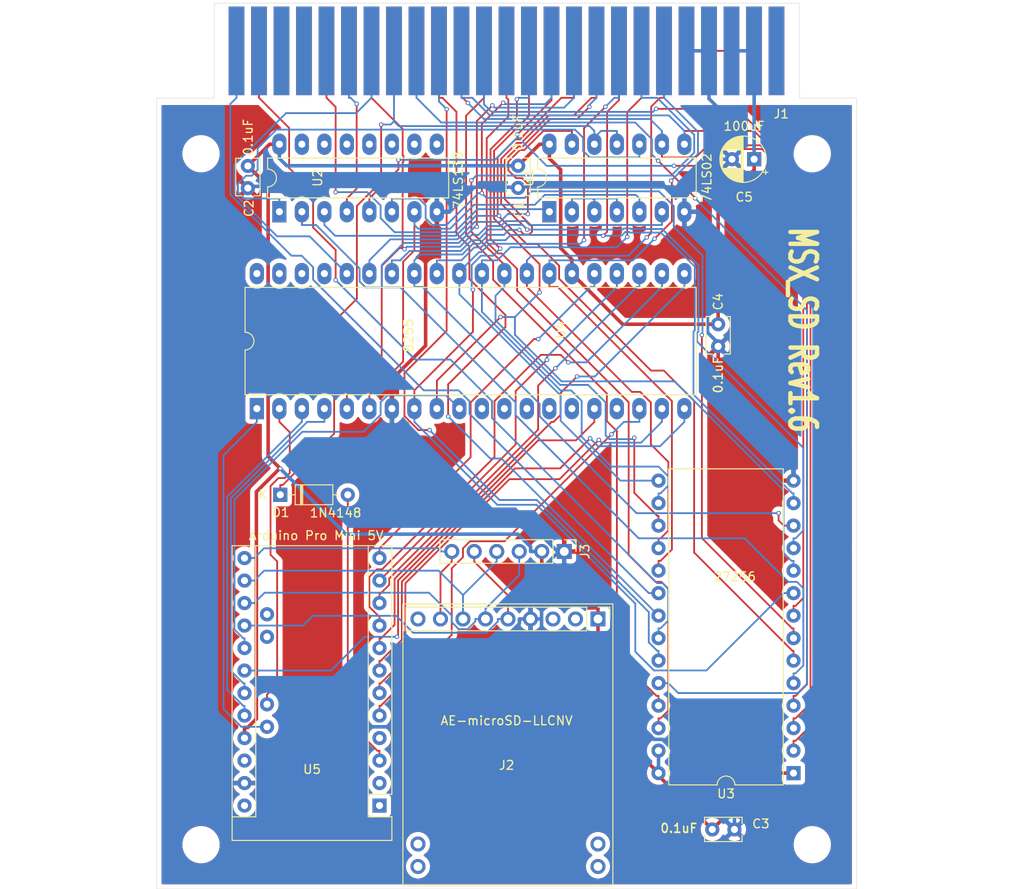
<source format=kicad_pcb>
(kicad_pcb (version 20171130) (host pcbnew "(5.1.9)-1")
  (layers (0 F.Cu signal) (31 B.Cu signal) (34 B.Paste user) (35 F.Paste user) (36 B.SilkS user hide) (37 F.SilkS user) (38 B.Mask user) (39 F.Mask user) (44 Edge.Cuts user))
  (net 0 "")
  (net 1 +5V)
  (net 2 GND)
  (net 3 /D0)
  (net 4 /D1)
  (net 5 /D2)
  (net 6 /D3)
  (net 7 /D4)
  (net 8 /D5)
  (net 9 /D6)
  (net 10 /D7)
  (net 11 /A0)
  (net 12 /A8)
  (net 13 /A1)
  (net 14 /A9)
  (net 15 /A2)
  (net 16 /A10)
  (net 17 /A3)
  (net 18 /A11)
  (net 19 /A4)
  (net 20 /A12)
  (net 21 /A5)
  (net 22 /A6)
  (net 23 /A7)
  (net 24 /~RD)
  (net 25 /~RESET)
  (net 26 /~WR)
  (net 27 "Net-(U4-Pad1)")
  (net 28 "Net-(U4-Pad2)")
  (net 29 /~IORQ)
  (net 30 /SCK)
  (net 31 /MISO)
  (net 32 /MOSI)
  (net 33 /CS)
  (net 34 /SW1)
  (net 35 /~SLTSL)
  (net 36 /A13)
  (net 37 /~CS1)
  (net 38 /~BUSDIR)
  (net 39 "Net-(U1-Pad2)")
  (net 40 "Net-(U1-Pad10)")
  (net 41 "Net-(U1-Pad5)")
  (net 42 "Net-(U1-Pad13)")
  (net 43 "Net-(U4-Pad21)")
  (net 44 "Net-(U4-Pad22)")
  (net 45 "Net-(U4-Pad3)")
  (net 46 "Net-(U4-Pad23)")
  (net 47 "Net-(U4-Pad4)")
  (net 48 "Net-(U4-Pad24)")
  (net 49 "Net-(U4-Pad25)")
  (net 50 "Net-(U4-Pad10)")
  (net 51 "Net-(U4-Pad16)")
  (net 52 "Net-(U4-Pad18)")
  (net 53 "Net-(U4-Pad19)")
  (net 54 "Net-(U4-Pad20)")
  (net 55 "Net-(D1-Pad2)")
  (module Capacitor_THT:C_Rect_L4.0mm_W2.5mm_P2.50mm (layer F.Cu) (at 151.003 91.185 270)
    (fp_text reference C4 (at -2.54 0 90 unlocked) (layer F.SilkS))
    (fp_text value 0.1uF (at 5.715 0 90 unlocked) (layer F.SilkS))
    (pad 1 thru_hole circle (at 0 0 270) (size 1.6 1.6) (drill 0.8) (layers *.Cu *.Mask) (net 1 +5V))
    (pad 2 thru_hole circle (at 2.5 0 270) (size 1.6 1.6) (drill 0.8) (layers *.Cu *.Mask) (net 2 GND))
  )
  (module Package_DIP:DIP-40_W15.24mm_LongPads (layer F.Cu) (at 98.933 100.71 90)
    (fp_text reference U4 (at 8.89 34.29 90 unlocked) (layer F.SilkS))
    (fp_text value 8255 (at 8.255 17.145 90 unlocked) (layer F.SilkS))
    (pad 1 thru_hole rect (at 0 0 90) (size 2.4 1.6) (drill 0.8) (layers *.Cu *.Mask) (net 27 "Net-(U4-Pad1)"))
    (pad 21 thru_hole oval (at 15.24 48.26 90) (size 2.4 1.6) (drill 0.8) (layers *.Cu *.Mask) (net 43 "Net-(U4-Pad21)"))
    (pad 2 thru_hole oval (at 0 2.54 90) (size 2.4 1.6) (drill 0.8) (layers *.Cu *.Mask) (net 28 "Net-(U4-Pad2)"))
    (pad 22 thru_hole oval (at 15.24 45.72 90) (size 2.4 1.6) (drill 0.8) (layers *.Cu *.Mask) (net 44 "Net-(U4-Pad22)"))
    (pad 3 thru_hole oval (at 0 5.08 90) (size 2.4 1.6) (drill 0.8) (layers *.Cu *.Mask) (net 45 "Net-(U4-Pad3)"))
    (pad 23 thru_hole oval (at 15.24 43.18 90) (size 2.4 1.6) (drill 0.8) (layers *.Cu *.Mask) (net 46 "Net-(U4-Pad23)"))
    (pad 4 thru_hole oval (at 0 7.62 90) (size 2.4 1.6) (drill 0.8) (layers *.Cu *.Mask) (net 47 "Net-(U4-Pad4)"))
    (pad 24 thru_hole oval (at 15.24 40.64 90) (size 2.4 1.6) (drill 0.8) (layers *.Cu *.Mask) (net 48 "Net-(U4-Pad24)"))
    (pad 5 thru_hole oval (at 0 10.16 90) (size 2.4 1.6) (drill 0.8) (layers *.Cu *.Mask) (net 24 /~RD))
    (pad 25 thru_hole oval (at 15.24 38.1 90) (size 2.4 1.6) (drill 0.8) (layers *.Cu *.Mask) (net 49 "Net-(U4-Pad25)"))
    (pad 6 thru_hole oval (at 0 12.7 90) (size 2.4 1.6) (drill 0.8) (layers *.Cu *.Mask) (net 41 "Net-(U1-Pad5)"))
    (pad 26 thru_hole oval (at 15.24 35.56 90) (size 2.4 1.6) (drill 0.8) (layers *.Cu *.Mask) (net 1 +5V))
    (pad 7 thru_hole oval (at 0 15.24 90) (size 2.4 1.6) (drill 0.8) (layers *.Cu *.Mask) (net 2 GND))
    (pad 27 thru_hole oval (at 15.24 33.02 90) (size 2.4 1.6) (drill 0.8) (layers *.Cu *.Mask) (net 10 /D7))
    (pad 8 thru_hole oval (at 0 17.78 90) (size 2.4 1.6) (drill 0.8) (layers *.Cu *.Mask) (net 13 /A1))
    (pad 28 thru_hole oval (at 15.24 30.48 90) (size 2.4 1.6) (drill 0.8) (layers *.Cu *.Mask) (net 9 /D6))
    (pad 9 thru_hole oval (at 0 20.32 90) (size 2.4 1.6) (drill 0.8) (layers *.Cu *.Mask) (net 11 /A0))
    (pad 29 thru_hole oval (at 15.24 27.94 90) (size 2.4 1.6) (drill 0.8) (layers *.Cu *.Mask) (net 8 /D5))
    (pad 10 thru_hole oval (at 0 22.86 90) (size 2.4 1.6) (drill 0.8) (layers *.Cu *.Mask) (net 50 "Net-(U4-Pad10)"))
    (pad 30 thru_hole oval (at 15.24 25.4 90) (size 2.4 1.6) (drill 0.8) (layers *.Cu *.Mask) (net 7 /D4))
    (pad 11 thru_hole oval (at 0 25.4 90) (size 2.4 1.6) (drill 0.8) (layers *.Cu *.Mask))
    (pad 31 thru_hole oval (at 15.24 22.86 90) (size 2.4 1.6) (drill 0.8) (layers *.Cu *.Mask) (net 6 /D3))
    (pad 12 thru_hole oval (at 0 27.94 90) (size 2.4 1.6) (drill 0.8) (layers *.Cu *.Mask))
    (pad 32 thru_hole oval (at 15.24 20.32 90) (size 2.4 1.6) (drill 0.8) (layers *.Cu *.Mask) (net 5 /D2))
    (pad 13 thru_hole oval (at 0 30.48 90) (size 2.4 1.6) (drill 0.8) (layers *.Cu *.Mask))
    (pad 33 thru_hole oval (at 15.24 17.78 90) (size 2.4 1.6) (drill 0.8) (layers *.Cu *.Mask) (net 4 /D1))
    (pad 14 thru_hole oval (at 0 33.02 90) (size 2.4 1.6) (drill 0.8) (layers *.Cu *.Mask))
    (pad 34 thru_hole oval (at 15.24 15.24 90) (size 2.4 1.6) (drill 0.8) (layers *.Cu *.Mask) (net 3 /D0))
    (pad 15 thru_hole oval (at 0 35.56 90) (size 2.4 1.6) (drill 0.8) (layers *.Cu *.Mask))
    (pad 35 thru_hole oval (at 15.24 12.7 90) (size 2.4 1.6) (drill 0.8) (layers *.Cu *.Mask) (net 42 "Net-(U1-Pad13)"))
    (pad 16 thru_hole oval (at 0 38.1 90) (size 2.4 1.6) (drill 0.8) (layers *.Cu *.Mask) (net 51 "Net-(U4-Pad16)"))
    (pad 36 thru_hole oval (at 15.24 10.16 90) (size 2.4 1.6) (drill 0.8) (layers *.Cu *.Mask) (net 26 /~WR))
    (pad 17 thru_hole oval (at 0 40.64 90) (size 2.4 1.6) (drill 0.8) (layers *.Cu *.Mask))
    (pad 37 thru_hole oval (at 15.24 7.62 90) (size 2.4 1.6) (drill 0.8) (layers *.Cu *.Mask))
    (pad 18 thru_hole oval (at 0 43.18 90) (size 2.4 1.6) (drill 0.8) (layers *.Cu *.Mask) (net 52 "Net-(U4-Pad18)"))
    (pad 38 thru_hole oval (at 15.24 5.08 90) (size 2.4 1.6) (drill 0.8) (layers *.Cu *.Mask))
    (pad 19 thru_hole oval (at 0 45.72 90) (size 2.4 1.6) (drill 0.8) (layers *.Cu *.Mask) (net 53 "Net-(U4-Pad19)"))
    (pad 39 thru_hole oval (at 15.24 2.54 90) (size 2.4 1.6) (drill 0.8) (layers *.Cu *.Mask))
    (pad 20 thru_hole oval (at 0 48.26 90) (size 2.4 1.6) (drill 0.8) (layers *.Cu *.Mask) (net 54 "Net-(U4-Pad20)"))
    (pad 40 thru_hole oval (at 15.24 0 90) (size 2.4 1.6) (drill 0.8) (layers *.Cu *.Mask))
  )
  (module Capacitor_THT:C_Rect_L4.0mm_W2.5mm_P2.50mm (layer F.Cu) (at 150.342 148.218)
    (fp_text reference C3 (at 5.49 -0.635 unlocked) (layer F.SilkS))
    (fp_text value 0.1uF (at -3.77 -0.11 unlocked) (layer F.SilkS))
    (pad 1 thru_hole circle (at 0 0) (size 1.6 1.6) (drill 0.8) (layers *.Cu *.Mask) (net 1 +5V))
    (pad 2 thru_hole circle (at 2.5 0) (size 1.6 1.6) (drill 0.8) (layers *.Cu *.Mask) (net 2 GND))
  )
  (module MountingHole:MountingHole_3.2mm_M3 (layer F.Cu) (at 92.63 71.94)
    (fp_text reference MH4 hide)
    (fp_text value MountingHole_3.2mm_M3 hide)
    (pad 1 np_thru_hole circle (at 0 0) (size 3.2 3.2) (drill 3.2) (layers *.Cu *.Mask))
  )
  (module MountingHole:MountingHole_3.2mm_M3 (layer F.Cu) (at 161.63 71.94)
    (fp_text reference MH3 hide)
    (fp_text value MountingHole_3.2mm_M3 hide)
    (pad 1 np_thru_hole circle (at 0 0) (size 3.2 3.2) (drill 3.2) (layers *.Cu *.Mask))
  )
  (module MountingHole:MountingHole_3.2mm_M3 (layer F.Cu) (at 161.63 149.94)
    (fp_text reference MH2 hide)
    (fp_text value MountingHole_3.2mm_M3 hide)
    (pad 1 np_thru_hole circle (at 0 0) (size 3.2 3.2) (drill 3.2) (layers *.Cu *.Mask))
  )
  (module MountingHole:MountingHole_3.2mm_M3 (layer F.Cu) (at 92.63 149.94)
    (fp_text reference MH1 hide)
    (fp_text value MountingHole_3.2mm_M3 hide)
    (pad 1 np_thru_hole circle (at 0 0) (size 3.2 3.2) (drill 3.2) (layers *.Cu *.Mask))
  )
  (module Capacitor_THT:CP_Radial_D5.0mm_P2.50mm (layer F.Cu) (at 155.068 72.559 180)
    (fp_text reference C5 (at 1.13 -4.27) (layer F.SilkS))
    (fp_text value 100uF)
    (pad 1 thru_hole rect (at 0 0 180) (size 1.6 1.6) (drill 0.8) (layers *.Cu *.Mask) (net 1 +5V))
    (pad 2 thru_hole circle (at 2.5 0 180) (size 1.6 1.6) (drill 0.8) (layers *.Cu *.Mask) (net 2 GND))
  )
  (module Capacitor_THT:C_Rect_L4.0mm_W2.5mm_P2.50mm (layer F.Cu) (at 128.423 75.796 90)
    (fp_text reference C1 (at -2.436 0.101 90 unlocked) (layer F.SilkS))
    (fp_text value 0.1uF)
    (pad 1 thru_hole circle (at 0 0 90) (size 1.6 1.6) (drill 0.8) (layers *.Cu *.Mask) (net 2 GND))
    (pad 2 thru_hole circle (at 2.5 0 90) (size 1.6 1.6) (drill 0.8) (layers *.Cu *.Mask) (net 1 +5V))
  )
  (module Kicad:AE-microSD-LLCNV (layer F.Cu) (at 117.12 124.46 90)
    (fp_text reference J2 (at -16.51 10.01) (layer F.SilkS))
    (fp_text value Micro_SD_Card_Kit hide)
    (fp_text user AE-microSD-LLCNV (at -11.48 10.01) (layer F.SilkS))
    (pad 1 thru_hole rect (at 0 20.32 270) (size 1.7 1.7) (drill 1) (layers *.Cu *.Mask) (net 1 +5V))
    (pad 2 thru_hole oval (at 0 17.78 270) (size 1.7 1.7) (drill 1) (layers *.Cu *.Mask))
    (pad 3 thru_hole oval (at 0 15.24 270) (size 1.7 1.7) (drill 1) (layers *.Cu *.Mask))
    (pad 4 thru_hole oval (at 0 12.7 270) (size 1.7 1.7) (drill 1) (layers *.Cu *.Mask) (net 2 GND))
    (pad 5 thru_hole oval (at 0 10.16 270) (size 1.7 1.7) (drill 1) (layers *.Cu *.Mask) (net 30 /SCK))
    (pad 6 thru_hole oval (at 0 7.62 270) (size 1.7 1.7) (drill 1) (layers *.Cu *.Mask) (net 31 /MISO))
    (pad 7 thru_hole oval (at 0 5.08 270) (size 1.7 1.7) (drill 1) (layers *.Cu *.Mask) (net 32 /MOSI))
    (pad 8 thru_hole oval (at 0 2.54 270) (size 1.7 1.7) (drill 1) (layers *.Cu *.Mask) (net 33 /CS))
    (pad 9 thru_hole oval (at 0 0 270) (size 1.7 1.7) (drill 1) (layers *.Cu *.Mask))
    (pad "" thru_hole oval (at -27.94 0 90) (size 1.7 1.7) (drill 1) (layers *.Cu *.Mask))
    (pad "" thru_hole oval (at -25.4 0 90) (size 1.7 1.7) (drill 1) (layers *.Cu *.Mask))
    (pad "" thru_hole oval (at -27.94 20.32 90) (size 1.7 1.7) (drill 1) (layers *.Cu *.Mask))
    (pad "" thru_hole oval (at -25.4 20.32 90) (size 1.7 1.7) (drill 1) (layers *.Cu *.Mask))
  )
  (module Kicad:Arduino_Pro_Mini (layer F.Cu) (at 112.776 145.522 180)
    (fp_text reference U5 (at 7.62 4.0815 180) (layer F.SilkS))
    (fp_text value Arduino_Pro_Mini_5V)
    (pad 1 thru_hole rect (at 0 0 180) (size 1.6 1.6) (drill 0.8) (layers *.Cu *.Mask))
    (pad 2 thru_hole oval (at 0 2.54 180) (size 1.6 1.6) (drill 0.8) (layers *.Cu *.Mask))
    (pad 3 thru_hole oval (at 0 5.08 180) (size 1.6 1.6) (drill 0.8) (layers *.Cu *.Mask) (net 55 "Net-(D1-Pad2)"))
    (pad 13 thru_hole oval (at 15.24 27.94 180) (size 1.6 1.6) (drill 0.8) (layers *.Cu *.Mask) (net 33 /CS))
    (pad 4 thru_hole oval (at 0 7.62 180) (size 1.6 1.6) (drill 0.8) (layers *.Cu *.Mask))
    (pad 14 thru_hole oval (at 15.24 25.4 180) (size 1.6 1.6) (drill 0.8) (layers *.Cu *.Mask) (net 32 /MOSI))
    (pad 5 thru_hole oval (at 0 10.16 180) (size 1.6 1.6) (drill 0.8) (layers *.Cu *.Mask) (net 52 "Net-(U4-Pad18)"))
    (pad 15 thru_hole oval (at 15.24 22.86 180) (size 1.6 1.6) (drill 0.8) (layers *.Cu *.Mask) (net 31 /MISO))
    (pad 6 thru_hole oval (at 0 12.7 180) (size 1.6 1.6) (drill 0.8) (layers *.Cu *.Mask) (net 53 "Net-(U4-Pad19)"))
    (pad 16 thru_hole oval (at 15.24 20.32 180) (size 1.6 1.6) (drill 0.8) (layers *.Cu *.Mask) (net 30 /SCK))
    (pad 7 thru_hole oval (at 0 15.24 180) (size 1.6 1.6) (drill 0.8) (layers *.Cu *.Mask) (net 54 "Net-(U4-Pad20)"))
    (pad 17 thru_hole oval (at 15.24 17.78 180) (size 1.6 1.6) (drill 0.8) (layers *.Cu *.Mask) (net 50 "Net-(U4-Pad10)"))
    (pad 8 thru_hole oval (at 0 17.78 180) (size 1.6 1.6) (drill 0.8) (layers *.Cu *.Mask) (net 43 "Net-(U4-Pad21)"))
    (pad 18 thru_hole oval (at 15.24 15.24 180) (size 1.6 1.6) (drill 0.8) (layers *.Cu *.Mask) (net 51 "Net-(U4-Pad16)"))
    (pad 9 thru_hole oval (at 0 20.32 180) (size 1.6 1.6) (drill 0.8) (layers *.Cu *.Mask) (net 44 "Net-(U4-Pad22)"))
    (pad 19 thru_hole oval (at 15.24 12.7 180) (size 1.6 1.6) (drill 0.8) (layers *.Cu *.Mask) (net 47 "Net-(U4-Pad4)"))
    (pad 10 thru_hole oval (at 0 22.86 180) (size 1.6 1.6) (drill 0.8) (layers *.Cu *.Mask) (net 46 "Net-(U4-Pad23)"))
    (pad 20 thru_hole oval (at 15.24 10.16 180) (size 1.6 1.6) (drill 0.8) (layers *.Cu *.Mask) (net 45 "Net-(U4-Pad3)"))
    (pad 11 thru_hole oval (at 0 25.4 180) (size 1.6 1.6) (drill 0.8) (layers *.Cu *.Mask) (net 48 "Net-(U4-Pad24)"))
    (pad 21 thru_hole oval (at 15.24 7.62 180) (size 1.6 1.6) (drill 0.8) (layers *.Cu *.Mask) (net 1 +5V))
    (pad 12 thru_hole oval (at 0 27.94 180) (size 1.6 1.6) (drill 0.8) (layers *.Cu *.Mask) (net 49 "Net-(U4-Pad25)"))
    (pad 22 thru_hole oval (at 15.24 5.08 180) (size 1.6 1.6) (drill 0.8) (layers *.Cu *.Mask))
    (pad 23 thru_hole oval (at 15.24 2.54 180) (size 1.6 1.6) (drill 0.8) (layers *.Cu *.Mask) (net 2 GND))
    (pad 24 thru_hole oval (at 15.24 0 180) (size 1.6 1.6) (drill 0.8) (layers *.Cu *.Mask))
    (pad A5 thru_hole oval (at 12.7 8.89 180) (size 1.6 1.6) (drill 0.8) (layers *.Cu *.Mask) (net 27 "Net-(U4-Pad1)"))
    (pad A4 thru_hole oval (at 12.7 11.43 180) (size 1.6 1.6) (drill 0.8) (layers *.Cu *.Mask) (net 28 "Net-(U4-Pad2)"))
    (pad A7 thru_hole oval (at 12.7 19.05 180) (size 1.6 1.6) (drill 0.8) (layers *.Cu *.Mask))
    (pad A6 thru_hole oval (at 12.7 21.59 180) (size 1.6 1.6) (drill 0.8) (layers *.Cu *.Mask))
  )
  (module Connector_PinHeader_2.54mm:PinHeader_1x06_P2.54mm_Vertical (layer F.Cu) (at 133.63 116.84 270)
    (fp_text reference J3 (at 0 -2.33 90) (layer F.SilkS))
    (fp_text value "MicroSD Card Adapter")
    (pad 1 thru_hole rect (at 0 0 270) (size 1.7 1.7) (drill 1) (layers *.Cu *.Mask) (net 2 GND))
    (pad 2 thru_hole oval (at 0 2.54 270) (size 1.7 1.7) (drill 1) (layers *.Cu *.Mask) (net 1 +5V))
    (pad 3 thru_hole oval (at 0 5.08 270) (size 1.7 1.7) (drill 1) (layers *.Cu *.Mask) (net 31 /MISO))
    (pad 4 thru_hole oval (at 0 7.62 270) (size 1.7 1.7) (drill 1) (layers *.Cu *.Mask) (net 32 /MOSI))
    (pad 5 thru_hole oval (at 0 10.16 270) (size 1.7 1.7) (drill 1) (layers *.Cu *.Mask) (net 30 /SCK))
    (pad 6 thru_hole oval (at 0 12.7 270) (size 1.7 1.7) (drill 1) (layers *.Cu *.Mask) (net 33 /CS))
  )
  (module Package_DIP:DIP-28_W15.24mm (layer F.Cu) (at 159.512 141.859 180)
    (fp_text reference U3 (at 7.62 -2.33) (layer F.SilkS))
    (fp_text value 27256)
    (pad 1 thru_hole rect (at 0 0 180) (size 1.6 1.6) (drill 0.8) (layers *.Cu *.Mask) (net 1 +5V))
    (pad 15 thru_hole oval (at 15.24 33.02 180) (size 1.6 1.6) (drill 0.8) (layers *.Cu *.Mask) (net 6 /D3))
    (pad 2 thru_hole oval (at 0 2.54 180) (size 1.6 1.6) (drill 0.8) (layers *.Cu *.Mask) (net 20 /A12))
    (pad 16 thru_hole oval (at 15.24 30.48 180) (size 1.6 1.6) (drill 0.8) (layers *.Cu *.Mask) (net 7 /D4))
    (pad 3 thru_hole oval (at 0 5.08 180) (size 1.6 1.6) (drill 0.8) (layers *.Cu *.Mask) (net 23 /A7))
    (pad 17 thru_hole oval (at 15.24 27.94 180) (size 1.6 1.6) (drill 0.8) (layers *.Cu *.Mask) (net 8 /D5))
    (pad 4 thru_hole oval (at 0 7.62 180) (size 1.6 1.6) (drill 0.8) (layers *.Cu *.Mask) (net 22 /A6))
    (pad 18 thru_hole oval (at 15.24 25.4 180) (size 1.6 1.6) (drill 0.8) (layers *.Cu *.Mask) (net 9 /D6))
    (pad 5 thru_hole oval (at 0 10.16 180) (size 1.6 1.6) (drill 0.8) (layers *.Cu *.Mask) (net 21 /A5))
    (pad 19 thru_hole oval (at 15.24 22.86 180) (size 1.6 1.6) (drill 0.8) (layers *.Cu *.Mask) (net 10 /D7))
    (pad 6 thru_hole oval (at 0 12.7 180) (size 1.6 1.6) (drill 0.8) (layers *.Cu *.Mask) (net 19 /A4))
    (pad 20 thru_hole oval (at 15.24 20.32 180) (size 1.6 1.6) (drill 0.8) (layers *.Cu *.Mask) (net 37 /~CS1))
    (pad 7 thru_hole oval (at 0 15.24 180) (size 1.6 1.6) (drill 0.8) (layers *.Cu *.Mask) (net 17 /A3))
    (pad 21 thru_hole oval (at 15.24 17.78 180) (size 1.6 1.6) (drill 0.8) (layers *.Cu *.Mask) (net 16 /A10))
    (pad 8 thru_hole oval (at 0 17.78 180) (size 1.6 1.6) (drill 0.8) (layers *.Cu *.Mask) (net 15 /A2))
    (pad 22 thru_hole oval (at 15.24 15.24 180) (size 1.6 1.6) (drill 0.8) (layers *.Cu *.Mask) (net 35 /~SLTSL))
    (pad 9 thru_hole oval (at 0 20.32 180) (size 1.6 1.6) (drill 0.8) (layers *.Cu *.Mask) (net 13 /A1))
    (pad 23 thru_hole oval (at 15.24 12.7 180) (size 1.6 1.6) (drill 0.8) (layers *.Cu *.Mask) (net 18 /A11))
    (pad 10 thru_hole oval (at 0 22.86 180) (size 1.6 1.6) (drill 0.8) (layers *.Cu *.Mask) (net 11 /A0))
    (pad 24 thru_hole oval (at 15.24 10.16 180) (size 1.6 1.6) (drill 0.8) (layers *.Cu *.Mask) (net 14 /A9))
    (pad 11 thru_hole oval (at 0 25.4 180) (size 1.6 1.6) (drill 0.8) (layers *.Cu *.Mask) (net 3 /D0))
    (pad 25 thru_hole oval (at 15.24 7.62 180) (size 1.6 1.6) (drill 0.8) (layers *.Cu *.Mask) (net 12 /A8))
    (pad 12 thru_hole oval (at 0 27.94 180) (size 1.6 1.6) (drill 0.8) (layers *.Cu *.Mask) (net 4 /D1))
    (pad 26 thru_hole oval (at 15.24 5.08 180) (size 1.6 1.6) (drill 0.8) (layers *.Cu *.Mask) (net 36 /A13))
    (pad 13 thru_hole oval (at 0 30.48 180) (size 1.6 1.6) (drill 0.8) (layers *.Cu *.Mask) (net 5 /D2))
    (pad 27 thru_hole oval (at 15.24 2.54 180) (size 1.6 1.6) (drill 0.8) (layers *.Cu *.Mask) (net 1 +5V))
    (pad 14 thru_hole oval (at 0 33.02 180) (size 1.6 1.6) (drill 0.8) (layers *.Cu *.Mask) (net 2 GND))
    (pad 28 thru_hole oval (at 15.24 0 180) (size 1.6 1.6) (drill 0.8) (layers *.Cu *.Mask) (net 1 +5V))
  )
  (module Capacitor_THT:C_Rect_L4.0mm_W2.5mm_P2.50mm (layer F.Cu) (at 97.917 75.819 90)
    (fp_text reference C2 (at -2.286 0.127 90) (layer F.SilkS))
    (fp_text value 0.1uF)
    (pad 1 thru_hole circle (at 0 0 90) (size 1.6 1.6) (drill 0.8) (layers *.Cu *.Mask) (net 2 GND))
    (pad 2 thru_hole circle (at 2.5 0 90) (size 1.6 1.6) (drill 0.8) (layers *.Cu *.Mask) (net 1 +5V))
  )
  (module MSX:BUS_50Pin (layer F.Cu) (at 172.83 61.595)
    (fp_text reference J1 (at -14.7 5.845) (layer F.SilkS))
    (fp_text value "MSX BUS")
    (pad 2 connect rect (at -76.2 -1.27) (size 1.78 10) (layers F.Cu F.Mask))
    (pad 4 connect rect (at -73.66 -1.27) (size 1.78 10) (layers F.Cu F.Mask) (net 35 /~SLTSL))
    (pad 6 connect rect (at -71.12 -1.27) (size 1.78 10) (layers F.Cu F.Mask))
    (pad 8 connect rect (at -68.58 -1.27) (size 1.78 10) (layers F.Cu F.Mask))
    (pad 10 connect rect (at -66.04 -1.27) (size 1.78 10) (layers F.Cu F.Mask) (net 38 /~BUSDIR))
    (pad 12 connect rect (at -63.5 -1.27) (size 1.78 10) (layers F.Cu F.Mask))
    (pad 14 connect rect (at -60.96 -1.27) (size 1.78 10) (layers F.Cu F.Mask) (net 24 /~RD))
    (pad 16 connect rect (at -58.42 -1.27) (size 1.78 10) (layers F.Cu F.Mask))
    (pad 18 connect rect (at -55.88 -1.27) (size 1.78 10) (layers F.Cu F.Mask))
    (pad 20 connect rect (at -53.34 -1.27) (size 1.78 10) (layers F.Cu F.Mask) (net 16 /A10))
    (pad 22 connect rect (at -50.8 -1.27) (size 1.78 10) (layers F.Cu F.Mask) (net 22 /A6))
    (pad 24 connect rect (at -48.26 -1.27) (size 1.78 10) (layers F.Cu F.Mask) (net 12 /A8))
    (pad 26 connect rect (at -45.72 -1.27) (size 1.78 10) (layers F.Cu F.Mask) (net 36 /A13))
    (pad 28 connect rect (at -43.18 -1.27) (size 1.78 10) (layers F.Cu F.Mask) (net 11 /A0))
    (pad 30 connect rect (at -40.64 -1.27) (size 1.78 10) (layers F.Cu F.Mask) (net 15 /A2))
    (pad 32 connect rect (at -38.1 -1.27) (size 1.78 10) (layers F.Cu F.Mask) (net 19 /A4))
    (pad 34 connect rect (at -35.56 -1.27) (size 1.78 10) (layers F.Cu F.Mask) (net 3 /D0))
    (pad 36 connect rect (at -33.02 -1.27) (size 1.78 10) (layers F.Cu F.Mask) (net 5 /D2))
    (pad 38 connect rect (at -30.48 -1.27) (size 1.78 10) (layers F.Cu F.Mask) (net 7 /D4))
    (pad 40 connect rect (at -27.94 -1.27) (size 1.78 10) (layers F.Cu F.Mask) (net 9 /D6))
    (pad 42 connect rect (at -25.4 -1.27) (size 1.78 10) (layers F.Cu F.Mask))
    (pad 44 connect rect (at -22.86 -1.27) (size 1.78 10) (layers F.Cu F.Mask) (net 34 /SW1))
    (pad 1 connect rect (at -76.2 -1.27) (size 1.78 10) (layers B.Cu B.Mask) (net 37 /~CS1))
    (pad 3 connect rect (at -73.66 -1.27) (size 1.78 10) (layers B.Cu B.Mask))
    (pad 5 connect rect (at -71.12 -1.27) (size 1.78 10) (layers B.Cu B.Mask))
    (pad 7 connect rect (at -68.58 -1.27) (size 1.78 10) (layers B.Cu B.Mask))
    (pad 9 connect rect (at -66.04 -1.27) (size 1.78 10) (layers B.Cu B.Mask))
    (pad 11 connect rect (at -63.5 -1.27) (size 1.78 10) (layers B.Cu B.Mask) (net 29 /~IORQ))
    (pad 13 connect rect (at -60.96 -1.27) (size 1.78 10) (layers B.Cu B.Mask) (net 26 /~WR))
    (pad 15 connect rect (at -58.42 -1.27) (size 1.78 10) (layers B.Cu B.Mask) (net 25 /~RESET))
    (pad 17 connect rect (at -55.88 -1.27) (size 1.78 10) (layers B.Cu B.Mask) (net 14 /A9))
    (pad 19 connect rect (at -53.34 -1.27) (size 1.78 10) (layers B.Cu B.Mask) (net 18 /A11))
    (pad 21 connect rect (at -50.8 -1.27) (size 1.78 10) (layers B.Cu B.Mask) (net 23 /A7))
    (pad 23 connect rect (at -48.26 -1.27) (size 1.78 10) (layers B.Cu B.Mask) (net 20 /A12))
    (pad 25 connect rect (at -45.72 -1.27) (size 1.78 10) (layers B.Cu B.Mask))
    (pad 27 connect rect (at -43.18 -1.27) (size 1.78 10) (layers B.Cu B.Mask) (net 13 /A1))
    (pad 29 connect rect (at -40.64 -1.27) (size 1.78 10) (layers B.Cu B.Mask) (net 17 /A3))
    (pad 31 connect rect (at -38.1 -1.27) (size 1.78 10) (layers B.Cu B.Mask) (net 21 /A5))
    (pad 33 connect rect (at -35.56 -1.27) (size 1.78 10) (layers B.Cu B.Mask) (net 4 /D1))
    (pad 35 connect rect (at -33.02 -1.27) (size 1.78 10) (layers B.Cu B.Mask) (net 6 /D3))
    (pad 37 connect rect (at -30.48 -1.27) (size 1.78 10) (layers B.Cu B.Mask) (net 8 /D5))
    (pad 39 connect rect (at -27.94 -1.27) (size 1.78 10) (layers B.Cu B.Mask) (net 10 /D7))
    (pad 41 connect rect (at -25.4 -1.27) (size 1.78 10) (layers B.Cu B.Mask) (net 2 GND))
    (pad 43 connect rect (at -22.86 -1.27) (size 1.78 10) (layers B.Cu B.Mask) (net 2 GND))
    (pad 46 connect rect (at -20.32 -1.27) (size 1.78 10) (layers F.Cu F.Mask) (net 34 /SW1))
    (pad 48 connect rect (at -17.78 -1.27) (size 1.78 10) (layers F.Cu F.Mask))
    (pad 50 connect rect (at -15.24 -1.27) (size 1.78 10) (layers F.Cu F.Mask))
    (pad 45 connect rect (at -20.32 -1.27) (size 1.78 10) (layers B.Cu B.Mask) (net 1 +5V))
    (pad 47 connect rect (at -17.78 -1.27) (size 1.78 10) (layers B.Cu B.Mask) (net 1 +5V))
    (pad 49 connect rect (at -15.24 -1.27) (size 1.78 10) (layers B.Cu B.Mask))
  )
  (module Package_DIP:DIP-16_W7.62mm_LongPads (layer F.Cu) (at 101.473 78.486 90)
    (fp_text reference U2 (at 3.81 4.318 90) (layer F.SilkS))
    (fp_text value 74LS138)
    (pad 1 thru_hole rect (at 0 0 90) (size 2.4 1.6) (drill 0.8) (layers *.Cu *.Mask) (net 40 "Net-(U1-Pad10)"))
    (pad 9 thru_hole oval (at 7.62 17.78 90) (size 2.4 1.6) (drill 0.8) (layers *.Cu *.Mask))
    (pad 2 thru_hole oval (at 0 2.54 90) (size 2.4 1.6) (drill 0.8) (layers *.Cu *.Mask) (net 21 /A5))
    (pad 10 thru_hole oval (at 7.62 15.24 90) (size 2.4 1.6) (drill 0.8) (layers *.Cu *.Mask))
    (pad 3 thru_hole oval (at 0 5.08 90) (size 2.4 1.6) (drill 0.8) (layers *.Cu *.Mask) (net 19 /A4))
    (pad 11 thru_hole oval (at 7.62 12.7 90) (size 2.4 1.6) (drill 0.8) (layers *.Cu *.Mask))
    (pad 4 thru_hole oval (at 0 7.62 90) (size 2.4 1.6) (drill 0.8) (layers *.Cu *.Mask) (net 29 /~IORQ))
    (pad 12 thru_hole oval (at 7.62 10.16 90) (size 2.4 1.6) (drill 0.8) (layers *.Cu *.Mask))
    (pad 5 thru_hole oval (at 0 10.16 90) (size 2.4 1.6) (drill 0.8) (layers *.Cu *.Mask) (net 15 /A2))
    (pad 13 thru_hole oval (at 7.62 7.62 90) (size 2.4 1.6) (drill 0.8) (layers *.Cu *.Mask))
    (pad 6 thru_hole oval (at 0 12.7 90) (size 2.4 1.6) (drill 0.8) (layers *.Cu *.Mask) (net 17 /A3))
    (pad 14 thru_hole oval (at 7.62 5.08 90) (size 2.4 1.6) (drill 0.8) (layers *.Cu *.Mask))
    (pad 7 thru_hole oval (at 0 15.24 90) (size 2.4 1.6) (drill 0.8) (layers *.Cu *.Mask) (net 41 "Net-(U1-Pad5)"))
    (pad 15 thru_hole oval (at 7.62 2.54 90) (size 2.4 1.6) (drill 0.8) (layers *.Cu *.Mask))
    (pad 8 thru_hole oval (at 0 17.78 90) (size 2.4 1.6) (drill 0.8) (layers *.Cu *.Mask) (net 2 GND))
    (pad 16 thru_hole oval (at 7.62 0 90) (size 2.4 1.6) (drill 0.8) (layers *.Cu *.Mask) (net 1 +5V))
  )
  (module Package_DIP:DIP-14_W7.62mm_LongPads (layer F.Cu) (at 131.953 78.486 90)
    (fp_text reference U1 (at 3.81 -2.33 90) (layer F.SilkS))
    (fp_text value 74LS02)
    (pad 1 thru_hole rect (at 0 0 90) (size 2.4 1.6) (drill 0.8) (layers *.Cu *.Mask) (net 38 /~BUSDIR))
    (pad 8 thru_hole oval (at 7.62 15.24 90) (size 2.4 1.6) (drill 0.8) (layers *.Cu *.Mask) (net 23 /A7))
    (pad 2 thru_hole oval (at 0 2.54 90) (size 2.4 1.6) (drill 0.8) (layers *.Cu *.Mask) (net 39 "Net-(U1-Pad2)"))
    (pad 9 thru_hole oval (at 7.62 12.7 90) (size 2.4 1.6) (drill 0.8) (layers *.Cu *.Mask) (net 22 /A6))
    (pad 3 thru_hole oval (at 0 5.08 90) (size 2.4 1.6) (drill 0.8) (layers *.Cu *.Mask) (net 39 "Net-(U1-Pad2)"))
    (pad 10 thru_hole oval (at 7.62 10.16 90) (size 2.4 1.6) (drill 0.8) (layers *.Cu *.Mask) (net 40 "Net-(U1-Pad10)"))
    (pad 4 thru_hole oval (at 0 7.62 90) (size 2.4 1.6) (drill 0.8) (layers *.Cu *.Mask) (net 39 "Net-(U1-Pad2)"))
    (pad 11 thru_hole oval (at 7.62 7.62 90) (size 2.4 1.6) (drill 0.8) (layers *.Cu *.Mask) (net 25 /~RESET))
    (pad 5 thru_hole oval (at 0 10.16 90) (size 2.4 1.6) (drill 0.8) (layers *.Cu *.Mask) (net 41 "Net-(U1-Pad5)"))
    (pad 12 thru_hole oval (at 7.62 5.08 90) (size 2.4 1.6) (drill 0.8) (layers *.Cu *.Mask) (net 25 /~RESET))
    (pad 6 thru_hole oval (at 0 12.7 90) (size 2.4 1.6) (drill 0.8) (layers *.Cu *.Mask) (net 24 /~RD))
    (pad 13 thru_hole oval (at 7.62 2.54 90) (size 2.4 1.6) (drill 0.8) (layers *.Cu *.Mask) (net 42 "Net-(U1-Pad13)"))
    (pad 7 thru_hole oval (at 0 15.24 90) (size 2.4 1.6) (drill 0.8) (layers *.Cu *.Mask) (net 2 GND))
    (pad 14 thru_hole oval (at 7.62 0 90) (size 2.4 1.6) (drill 0.8) (layers *.Cu *.Mask) (net 1 +5V))
  )
  (module Diode_THT:D_DO-35_SOD27_P7.62mm_Horizontal (layer F.Cu) (at 101.575 110.439)
    (fp_text reference D1 (at 0.055 2.001) (layer F.SilkS))
    (fp_text value 1N4148)
    (fp_text user K (at -1.945 0.001) (layer F.SilkS))
    (pad 1 thru_hole rect (at 0 0) (size 1.6 1.6) (drill 0.8) (layers *.Cu *.Mask) (net 25 /~RESET))
    (pad 2 thru_hole oval (at 7.62 0) (size 1.6 1.6) (drill 0.8) (layers *.Cu *.Mask) (net 55 "Net-(D1-Pad2)"))
  )
  (gr_text 1N4148 (at 107.823 112.4839) (layer F.SilkS) (effects (font (size 1 1))))
  (gr_text 74LS02 (at 149.733 74.676 90) (layer F.SilkS) (effects (font (size 1 1))))
  (gr_text 0.1uF (at 97.943 70.075 -270) (layer F.SilkS) (effects (font (size 1 1))))
  (gr_line (start 160.147 65.659) (end 166.624 65.659) (layer Edge.Cuts) (width 0.05))
  (gr_line (start 160.147 54.94) (end 160.147 65.659) (layer Edge.Cuts) (width 0.05))
  (gr_line (start 94.107 65.659) (end 87.63 65.659) (layer Edge.Cuts) (width 0.05))
  (gr_line (start 94.107 54.94) (end 94.107 65.659) (layer Edge.Cuts) (width 0.05))
  (gr_text 74LS138 (at 121.666 74.93 90) (layer F.SilkS) (effects (font (size 1 1))))
  (gr_text 0.1uF (at 128.397 69.596 -270) (layer F.SilkS) (effects (font (size 1 1))))
  (gr_text 8255 (at 116.078 92.455 -270) (layer F.SilkS) (effects (font (size 1 1))))
  (gr_text 0.1uF (at 151.003 96.9 -270) (layer F.SilkS) (effects (font (size 1 1))))
  (gr_text "Arduino Pro Mini 5V" (at 105.63 115.0415) (layer F.SilkS) (effects (font (size 1 1))))
  (gr_text 0.1uF (at 146.558 148.0566) (layer F.SilkS) (effects (font (size 1 1))))
  (gr_text 27256 (at 152.8826 119.6848) (layer F.SilkS) (effects (font (size 1 1))))
  (gr_text 100uF (at 153.9381 68.829) (layer F.SilkS) (effects (font (size 1 1))))
  (gr_text "MSX_SD Rev1.6" (at 160.528 91.821 -90) (layer F.SilkS) (effects (font (size 3 2) (thickness 0.5))))
  (gr_line (start 87.63 65.659) (end 87.63 154.94) (layer Edge.Cuts) (width 0.05))
  (gr_line (start 166.63 154.94) (end 166.624 65.659) (layer Edge.Cuts) (width 0.05))
  (gr_line (start 87.63 154.94) (end 166.63 154.94) (layer Edge.Cuts) (width 0.05))
  (gr_line (start 160.147 54.94) (end 94.107 54.94) (layer Edge.Cuts) (width 0.05))
  (segment (start 128.423 73.296) (end 102.3027 73.296) (width 0.4) (layer B.Cu) (net 1))
  (segment (start 102.3027 73.296) (end 101.473 72.4663) (width 0.4) (layer B.Cu) (net 1))
  (segment (start 129.8397 116.84) (end 129.8397 116.3219) (width 0.4) (layer B.Cu) (net 1))
  (segment (start 129.8397 116.3219) (end 128.3994 114.8816) (width 0.4) (layer B.Cu) (net 1))
  (segment (start 128.3994 114.8816) (end 108.9756 114.8816) (width 0.4) (layer B.Cu) (net 1))
  (segment (start 108.9756 114.8816) (end 101.582 107.488) (width 0.4) (layer B.Cu) (net 1))
  (segment (start 101.473 70.866) (end 101.473 72.4663) (width 0.4) (layer B.Cu) (net 1))
  (segment (start 131.953 70.866) (end 131.953 72.4663) (width 0.4) (layer F.Cu) (net 1))
  (segment (start 159.512 141.859) (end 156.701 141.859) (width 0.4) (layer F.Cu) (net 1))
  (segment (start 156.701 141.859) (end 150.342 148.218) (width 0.4) (layer F.Cu) (net 1))
  (segment (start 150.342 148.218) (end 144.272 142.148) (width 0.4) (layer F.Cu) (net 1))
  (segment (start 144.272 142.148) (end 144.272 141.859) (width 0.4) (layer F.Cu) (net 1))
  (segment (start 134.493 85.47) (end 134.493 83.8697) (width 0.4) (layer F.Cu) (net 1))
  (segment (start 131.953 72.4663) (end 133.2292 73.7425) (width 0.4) (layer F.Cu) (net 1))
  (segment (start 133.2292 73.7425) (end 133.2292 82.6059) (width 0.4) (layer F.Cu) (net 1))
  (segment (start 133.2292 82.6059) (end 134.493 83.8697) (width 0.4) (layer F.Cu) (net 1))
  (segment (start 128.423 73.296) (end 130.853 70.866) (width 0.4) (layer F.Cu) (net 1))
  (segment (start 130.853 70.866) (end 131.953 70.866) (width 0.4) (layer F.Cu) (net 1))
  (segment (start 137.44 124.46) (end 137.44 123.2097) (width 0.4) (layer F.Cu) (net 1))
  (segment (start 131.09 116.84) (end 131.09 118.0903) (width 0.4) (layer F.Cu) (net 1))
  (segment (start 131.09 118.0903) (end 136.2094 123.2097) (width 0.4) (layer F.Cu) (net 1))
  (segment (start 136.2094 123.2097) (end 137.44 123.2097) (width 0.4) (layer F.Cu) (net 1))
  (segment (start 131.09 116.84) (end 129.8397 116.84) (width 0.4) (layer B.Cu) (net 1))
  (segment (start 101.536 107.442) (end 100.203 106.109) (width 0.4) (layer F.Cu) (net 1))
  (segment (start 100.203 106.109) (end 100.203 75.605) (width 0.4) (layer F.Cu) (net 1))
  (segment (start 100.203 75.605) (end 97.917 73.319) (width 0.4) (layer F.Cu) (net 1))
  (segment (start 101.536 107.442) (end 98.8756 110.1024) (width 0.4) (layer F.Cu) (net 1))
  (segment (start 98.8756 110.1024) (end 98.8756 135.7351) (width 0.4) (layer F.Cu) (net 1))
  (segment (start 98.8756 135.7351) (end 97.909 136.7017) (width 0.4) (layer F.Cu) (net 1))
  (segment (start 97.909 136.7017) (end 97.536 136.7017) (width 0.4) (layer F.Cu) (net 1))
  (segment (start 144.272 141.859) (end 137.44 135.027) (width 0.4) (layer F.Cu) (net 1))
  (segment (start 137.44 135.027) (end 137.44 124.46) (width 0.4) (layer F.Cu) (net 1))
  (segment (start 97.536 137.902) (end 97.536 136.7017) (width 0.4) (layer F.Cu) (net 1))
  (segment (start 155.068 72.559) (end 155.068 73.7593) (width 0.4) (layer F.Cu) (net 1))
  (segment (start 155.068 73.7593) (end 151.003 77.8243) (width 0.4) (layer F.Cu) (net 1))
  (segment (start 151.003 77.8243) (end 151.003 91.185) (width 0.4) (layer F.Cu) (net 1))
  (segment (start 151.003 91.185) (end 140.208 91.185) (width 0.4) (layer F.Cu) (net 1))
  (segment (start 140.208 91.185) (end 134.493 85.47) (width 0.4) (layer F.Cu) (net 1))
  (segment (start 144.272 141.859) (end 144.272 139.319) (width 0.4) (layer B.Cu) (net 1))
  (segment (start 155.05 60.325) (end 152.51 60.325) (width 0.4) (layer B.Cu) (net 1))
  (segment (start 155.068 72.559) (end 155.068 60.343) (width 0.4) (layer B.Cu) (net 1))
  (segment (start 155.068 60.343) (end 155.05 60.325) (width 0.4) (layer B.Cu) (net 1))
  (segment (start 97.917 73.319) (end 100.37 70.866) (width 0.4) (layer F.Cu) (net 1))
  (segment (start 100.37 70.866) (end 101.473 70.866) (width 0.4) (layer F.Cu) (net 1))
  (segment (start 101.582 107.488) (end 101.536 107.442) (width 0.4) (layer B.Cu) (net 1))
  (via (at 101.582 107.488) (size 0.5) (drill 0.3) (layers F.Cu B.Cu) (net 1))
  (segment (start 128.423 75.796) (end 128.5354 75.6836) (width 0.4) (layer B.Cu) (net 2))
  (segment (start 128.5354 75.6836) (end 145.9909 75.6836) (width 0.4) (layer B.Cu) (net 2))
  (segment (start 145.9909 75.6836) (end 146.9184 76.6111) (width 0.4) (layer B.Cu) (net 2))
  (segment (start 114.173 102.3103) (end 123.9317 112.069) (width 0.4) (layer B.Cu) (net 2))
  (segment (start 123.9317 112.069) (end 128.0875 112.069) (width 0.4) (layer B.Cu) (net 2))
  (segment (start 128.0875 112.069) (end 132.9452 116.9267) (width 0.4) (layer B.Cu) (net 2))
  (segment (start 114.173 100.71) (end 114.173 102.3103) (width 0.4) (layer B.Cu) (net 2))
  (segment (start 132.9452 116.9267) (end 133.0319 116.84) (width 0.4) (layer B.Cu) (net 2))
  (segment (start 131.0703 124.46) (end 131.0703 118.8016) (width 0.4) (layer B.Cu) (net 2))
  (segment (start 131.0703 118.8016) (end 132.9452 116.9267) (width 0.4) (layer B.Cu) (net 2))
  (segment (start 151.003 93.685) (end 151.003 93.3163) (width 0.4) (layer B.Cu) (net 2))
  (segment (start 151.003 93.3163) (end 149.8027 92.116) (width 0.4) (layer B.Cu) (net 2))
  (segment (start 149.8027 92.116) (end 149.8027 82.696) (width 0.4) (layer B.Cu) (net 2))
  (segment (start 149.8027 82.696) (end 147.193 80.0863) (width 0.4) (layer B.Cu) (net 2))
  (segment (start 119.253 76.8857) (end 117.9935 75.6262) (width 0.4) (layer B.Cu) (net 2))
  (segment (start 117.9935 75.6262) (end 98.1098 75.6262) (width 0.4) (layer B.Cu) (net 2))
  (segment (start 98.1098 75.6262) (end 97.917 75.819) (width 0.4) (layer B.Cu) (net 2))
  (segment (start 159.512 108.839) (end 159.512 107.6387) (width 0.4) (layer F.Cu) (net 2))
  (segment (start 151.003 93.685) (end 151.003 99.1297) (width 0.4) (layer F.Cu) (net 2))
  (segment (start 151.003 99.1297) (end 159.512 107.6387) (width 0.4) (layer F.Cu) (net 2))
  (segment (start 128.423 75.796) (end 128.3434 75.7164) (width 0.4) (layer B.Cu) (net 2))
  (segment (start 128.3434 75.7164) (end 120.4223 75.7164) (width 0.4) (layer B.Cu) (net 2))
  (segment (start 120.4223 75.7164) (end 119.253 76.8857) (width 0.4) (layer B.Cu) (net 2))
  (segment (start 119.253 78.486) (end 119.253 76.8857) (width 0.4) (layer B.Cu) (net 2))
  (segment (start 133.63 116.84) (end 133.0319 116.84) (width 0.4) (layer B.Cu) (net 2))
  (segment (start 129.82 124.46) (end 128.5697 124.46) (width 0.4) (layer B.Cu) (net 2))
  (segment (start 97.536 142.982) (end 98.7363 142.982) (width 0.4) (layer B.Cu) (net 2))
  (segment (start 98.7363 142.982) (end 105.0863 136.632) (width 0.4) (layer B.Cu) (net 2))
  (segment (start 105.0863 136.632) (end 116.9158 136.632) (width 0.4) (layer B.Cu) (net 2))
  (segment (start 116.9158 136.632) (end 128.5697 124.9781) (width 0.4) (layer B.Cu) (net 2))
  (segment (start 128.5697 124.9781) (end 128.5697 124.46) (width 0.4) (layer B.Cu) (net 2))
  (segment (start 129.82 124.46) (end 131.0703 124.46) (width 0.4) (layer B.Cu) (net 2))
  (segment (start 131.0703 124.46) (end 131.0703 125.3196) (width 0.4) (layer B.Cu) (net 2))
  (segment (start 131.0703 125.3196) (end 143.7997 138.049) (width 0.4) (layer B.Cu) (net 2))
  (segment (start 143.7997 138.049) (end 144.7195 138.049) (width 0.4) (layer B.Cu) (net 2))
  (segment (start 144.7195 138.049) (end 152.842 146.1715) (width 0.4) (layer B.Cu) (net 2))
  (segment (start 152.842 146.1715) (end 152.842 148.218) (width 0.4) (layer B.Cu) (net 2))
  (segment (start 114.173 100.71) (end 114.173 97.4053) (width 0.4) (layer F.Cu) (net 2))
  (segment (start 114.173 97.4053) (end 117.983 93.5953) (width 0.4) (layer F.Cu) (net 2))
  (segment (start 117.983 93.5953) (end 117.983 81.3563) (width 0.4) (layer F.Cu) (net 2))
  (segment (start 117.983 81.3563) (end 119.253 80.0863) (width 0.4) (layer F.Cu) (net 2))
  (segment (start 147.193 77.0358) (end 147.193 76.8857) (width 0.4) (layer B.Cu) (net 2))
  (segment (start 147.193 76.8857) (end 146.9184 76.6111) (width 0.4) (layer B.Cu) (net 2))
  (segment (start 119.253 78.486) (end 119.253 80.0863) (width 0.4) (layer F.Cu) (net 2))
  (segment (start 146.9184 76.6111) (end 150.9705 72.559) (width 0.4) (layer B.Cu) (net 2))
  (segment (start 150.9705 72.559) (end 150.9705 66.7258) (width 0.4) (layer B.Cu) (net 2))
  (segment (start 150.9705 66.7258) (end 149.97 65.7253) (width 0.4) (layer B.Cu) (net 2))
  (segment (start 150.9705 72.559) (end 152.568 72.559) (width 0.4) (layer B.Cu) (net 2))
  (segment (start 149.97 60.325) (end 149.97 65.7253) (width 0.4) (layer B.Cu) (net 2))
  (segment (start 147.193 78.486) (end 147.193 80.0863) (width 0.4) (layer B.Cu) (net 2))
  (segment (start 147.193 78.486) (end 147.193 77.0358) (width 0.4) (layer B.Cu) (net 2))
  (segment (start 149.97 60.325) (end 147.43 60.325) (width 0.4) (layer B.Cu) (net 2))
  (segment (start 159.512 115.3587) (end 159.74 115.3587) (width 0.2) (layer B.Cu) (net 3))
  (segment (start 159.74 115.3587) (end 160.6126 114.4861) (width 0.2) (layer B.Cu) (net 3))
  (segment (start 160.6126 114.4861) (end 160.6126 105.1291) (width 0.2) (layer B.Cu) (net 3))
  (segment (start 160.6126 105.1291) (end 148.618 93.1345) (width 0.2) (layer B.Cu) (net 3))
  (segment (start 148.618 93.1345) (end 148.618 92.1734) (width 0.2) (layer B.Cu) (net 3))
  (segment (start 148.618 92.1734) (end 148.7782 92.0132) (width 0.2) (layer B.Cu) (net 3))
  (segment (start 148.7782 92.0132) (end 148.7782 84.5222) (width 0.2) (layer B.Cu) (net 3))
  (segment (start 148.7782 84.5222) (end 144.695 80.439) (width 0.2) (layer B.Cu) (net 3))
  (segment (start 144.695 80.439) (end 141.1963 80.439) (width 0.2) (layer B.Cu) (net 3))
  (segment (start 141.1963 80.439) (end 141.1363 80.379) (width 0.2) (layer B.Cu) (net 3))
  (segment (start 141.1363 80.379) (end 140.3488 80.379) (width 0.2) (layer B.Cu) (net 3))
  (segment (start 140.3488 80.379) (end 140.225 80.5028) (width 0.2) (layer B.Cu) (net 3))
  (segment (start 140.225 80.5028) (end 129.4429 80.5028) (width 0.2) (layer B.Cu) (net 3))
  (segment (start 114.173 83.9697) (end 115.1139 83.9697) (width 0.2) (layer B.Cu) (net 3))
  (segment (start 115.1139 83.9697) (end 116.1699 82.9137) (width 0.2) (layer B.Cu) (net 3))
  (segment (start 116.1699 82.9137) (end 121.9455 82.9137) (width 0.2) (layer B.Cu) (net 3))
  (segment (start 121.9455 82.9137) (end 123.1528 81.7064) (width 0.2) (layer B.Cu) (net 3))
  (segment (start 123.1528 81.7064) (end 123.8993 81.7064) (width 0.2) (layer B.Cu) (net 3))
  (segment (start 123.8993 81.7064) (end 125.1071 80.4986) (width 0.2) (layer B.Cu) (net 3))
  (segment (start 125.1071 80.4986) (end 126.6459 80.4986) (width 0.2) (layer B.Cu) (net 3))
  (segment (start 126.6459 80.4986) (end 127.1712 79.9733) (width 0.2) (layer B.Cu) (net 3))
  (segment (start 127.1712 79.9733) (end 128.9134 79.9733) (width 0.2) (layer B.Cu) (net 3))
  (segment (start 128.9134 79.9733) (end 129.4429 80.5028) (width 0.2) (layer B.Cu) (net 3))
  (segment (start 137.27 65.6253) (end 136.7039 65.6253) (width 0.2) (layer F.Cu) (net 3))
  (segment (start 136.7039 65.6253) (end 134.7254 67.6038) (width 0.2) (layer F.Cu) (net 3))
  (segment (start 134.7254 67.6038) (end 131.8951 67.6038) (width 0.2) (layer F.Cu) (net 3))
  (segment (start 131.8951 67.6038) (end 128.7806 70.7183) (width 0.2) (layer F.Cu) (net 3))
  (segment (start 128.7806 70.7183) (end 128.3003 70.7183) (width 0.2) (layer F.Cu) (net 3))
  (segment (start 128.3003 70.7183) (end 126.5129 72.5057) (width 0.2) (layer F.Cu) (net 3))
  (segment (start 126.5129 72.5057) (end 126.5129 77.5728) (width 0.2) (layer F.Cu) (net 3))
  (segment (start 126.5129 77.5728) (end 129.4429 80.5028) (width 0.2) (layer F.Cu) (net 3))
  (segment (start 137.27 60.325) (end 137.27 65.6253) (width 0.2) (layer F.Cu) (net 3))
  (segment (start 159.512 116.459) (end 159.512 115.3587) (width 0.2) (layer B.Cu) (net 3))
  (segment (start 114.173 85.47) (end 114.173 83.9697) (width 0.2) (layer B.Cu) (net 3))
  (via (at 129.4429 80.5028) (size 0.5) (layers F.Cu B.Cu) (net 3))
  (segment (start 128.5668 80.5406) (end 129.0794 81.0532) (width 0.2) (layer F.Cu) (net 4))
  (segment (start 129.0794 81.0532) (end 129.6838 81.0532) (width 0.2) (layer F.Cu) (net 4))
  (segment (start 129.6838 81.0532) (end 129.9933 80.7437) (width 0.2) (layer F.Cu) (net 4))
  (segment (start 129.9933 80.7437) (end 129.9933 80.1527) (width 0.2) (layer F.Cu) (net 4))
  (segment (start 129.9933 80.1527) (end 126.9132 77.0726) (width 0.2) (layer F.Cu) (net 4))
  (segment (start 126.9132 77.0726) (end 126.9132 72.6715) (width 0.2) (layer F.Cu) (net 4))
  (segment (start 126.9132 72.6715) (end 128.4661 71.1186) (width 0.2) (layer F.Cu) (net 4))
  (segment (start 128.4661 71.1186) (end 128.9464 71.1186) (width 0.2) (layer F.Cu) (net 4))
  (segment (start 128.9464 71.1186) (end 132.0609 68.0041) (width 0.2) (layer F.Cu) (net 4))
  (segment (start 132.0609 68.0041) (end 135.112 68.0041) (width 0.2) (layer F.Cu) (net 4))
  (segment (start 135.112 68.0041) (end 136.4658 66.6503) (width 0.2) (layer F.Cu) (net 4))
  (segment (start 137.27 65.6253) (end 136.4658 66.4295) (width 0.2) (layer B.Cu) (net 4))
  (segment (start 136.4658 66.4295) (end 136.4658 66.6503) (width 0.2) (layer B.Cu) (net 4))
  (segment (start 116.713 83.9697) (end 117.3686 83.3141) (width 0.2) (layer B.Cu) (net 4))
  (segment (start 117.3686 83.3141) (end 122.1112 83.3141) (width 0.2) (layer B.Cu) (net 4))
  (segment (start 122.1112 83.3141) (end 123.3186 82.1067) (width 0.2) (layer B.Cu) (net 4))
  (segment (start 123.3186 82.1067) (end 124.0685 82.1067) (width 0.2) (layer B.Cu) (net 4))
  (segment (start 124.0685 82.1067) (end 125.0762 81.099) (width 0.2) (layer B.Cu) (net 4))
  (segment (start 125.0762 81.099) (end 126.8233 81.099) (width 0.2) (layer B.Cu) (net 4))
  (segment (start 126.8233 81.099) (end 127.3817 80.5406) (width 0.2) (layer B.Cu) (net 4))
  (segment (start 127.3817 80.5406) (end 128.5668 80.5406) (width 0.2) (layer B.Cu) (net 4))
  (segment (start 137.27 60.325) (end 137.27 65.6253) (width 0.2) (layer B.Cu) (net 4))
  (segment (start 116.713 85.47) (end 116.713 83.9697) (width 0.2) (layer B.Cu) (net 4))
  (segment (start 158.4117 113.919) (end 157.8285 113.3358) (width 0.2) (layer F.Cu) (net 4))
  (segment (start 157.8285 113.3358) (end 157.8285 112.5156) (width 0.2) (layer F.Cu) (net 4))
  (segment (start 116.713 86.9703) (end 117.6507 86.9703) (width 0.2) (layer B.Cu) (net 4))
  (segment (start 117.6507 86.9703) (end 130.8506 100.1702) (width 0.2) (layer B.Cu) (net 4))
  (segment (start 130.8506 100.1702) (end 130.8506 101.5757) (width 0.2) (layer B.Cu) (net 4))
  (segment (start 130.8506 101.5757) (end 141.7905 112.5156) (width 0.2) (layer B.Cu) (net 4))
  (segment (start 141.7905 112.5156) (end 157.8285 112.5156) (width 0.2) (layer B.Cu) (net 4))
  (segment (start 116.713 85.47) (end 116.713 86.9703) (width 0.2) (layer B.Cu) (net 4))
  (segment (start 159.512 113.919) (end 158.4117 113.919) (width 0.2) (layer F.Cu) (net 4))
  (via (at 128.5668 80.5406) (size 0.5) (layers F.Cu B.Cu) (net 4))
  (via (at 136.4658 66.6503) (size 0.5) (layers F.Cu B.Cu) (net 4))
  (via (at 157.8285 112.5156) (size 0.5) (layers F.Cu B.Cu) (net 4))
  (segment (start 159.512 110.2787) (end 159.3743 110.2787) (width 0.2) (layer B.Cu) (net 5))
  (segment (start 159.3743 110.2787) (end 148.2177 99.1221) (width 0.2) (layer B.Cu) (net 5))
  (segment (start 148.2177 99.1221) (end 148.2177 92.0076) (width 0.2) (layer B.Cu) (net 5))
  (segment (start 148.2177 92.0076) (end 148.3678 91.8575) (width 0.2) (layer B.Cu) (net 5))
  (segment (start 148.3678 91.8575) (end 148.3678 84.6779) (width 0.2) (layer B.Cu) (net 5))
  (segment (start 148.3678 84.6779) (end 144.5292 80.8393) (width 0.2) (layer B.Cu) (net 5))
  (segment (start 144.5292 80.8393) (end 141.0305 80.8393) (width 0.2) (layer B.Cu) (net 5))
  (segment (start 141.0305 80.8393) (end 140.9705 80.7793) (width 0.2) (layer B.Cu) (net 5))
  (segment (start 140.9705 80.7793) (end 140.5146 80.7793) (width 0.2) (layer B.Cu) (net 5))
  (segment (start 140.5146 80.7793) (end 140.0946 81.1993) (width 0.2) (layer B.Cu) (net 5))
  (segment (start 140.0946 81.1993) (end 138.0293 81.1993) (width 0.2) (layer B.Cu) (net 5))
  (segment (start 119.253 83.9697) (end 122.0218 83.9697) (width 0.2) (layer B.Cu) (net 5))
  (segment (start 122.0218 83.9697) (end 123.4844 82.5071) (width 0.2) (layer B.Cu) (net 5))
  (segment (start 123.4844 82.5071) (end 124.2375 82.5071) (width 0.2) (layer B.Cu) (net 5))
  (segment (start 124.2375 82.5071) (end 125.0451 81.6995) (width 0.2) (layer B.Cu) (net 5))
  (segment (start 125.0451 81.6995) (end 126.9888 81.6995) (width 0.2) (layer B.Cu) (net 5))
  (segment (start 126.9888 81.6995) (end 127.5805 81.1078) (width 0.2) (layer B.Cu) (net 5))
  (segment (start 127.5805 81.1078) (end 137.9378 81.1078) (width 0.2) (layer B.Cu) (net 5))
  (segment (start 137.9378 81.1078) (end 138.0293 81.1993) (width 0.2) (layer B.Cu) (net 5))
  (segment (start 138.0293 81.1993) (end 138.4726 80.756) (width 0.2) (layer F.Cu) (net 5))
  (segment (start 138.4726 80.756) (end 138.4726 67.2214) (width 0.2) (layer F.Cu) (net 5))
  (segment (start 138.4726 67.2214) (end 139.81 65.884) (width 0.2) (layer F.Cu) (net 5))
  (segment (start 139.81 65.884) (end 139.81 65.6253) (width 0.2) (layer F.Cu) (net 5))
  (segment (start 159.512 111.379) (end 159.512 110.2787) (width 0.2) (layer B.Cu) (net 5))
  (segment (start 119.253 85.47) (end 119.253 83.9697) (width 0.2) (layer B.Cu) (net 5))
  (segment (start 139.81 60.325) (end 139.81 65.6253) (width 0.2) (layer F.Cu) (net 5))
  (via (at 138.0293 81.1993) (size 0.5) (layers F.Cu B.Cu) (net 5))
  (segment (start 135.8636 81.6996) (end 135.4634 82.0998) (width 0.2) (layer B.Cu) (net 6))
  (segment (start 135.4634 82.0998) (end 125.2124 82.0998) (width 0.2) (layer B.Cu) (net 6))
  (segment (start 125.2124 82.0998) (end 124.2635 83.0487) (width 0.2) (layer B.Cu) (net 6))
  (segment (start 124.2635 83.0487) (end 124.003 83.0487) (width 0.2) (layer B.Cu) (net 6))
  (segment (start 124.003 83.0487) (end 121.793 85.2587) (width 0.2) (layer B.Cu) (net 6))
  (segment (start 121.793 85.2587) (end 121.793 85.47) (width 0.2) (layer B.Cu) (net 6))
  (segment (start 138.2777 66.638) (end 135.8636 69.0521) (width 0.2) (layer F.Cu) (net 6))
  (segment (start 135.8636 69.0521) (end 135.8636 81.6996) (width 0.2) (layer F.Cu) (net 6))
  (segment (start 139.81 65.6253) (end 139.2904 65.6253) (width 0.2) (layer B.Cu) (net 6))
  (segment (start 139.2904 65.6253) (end 138.2777 66.638) (width 0.2) (layer B.Cu) (net 6))
  (segment (start 139.81 60.325) (end 139.81 65.6253) (width 0.2) (layer B.Cu) (net 6))
  (segment (start 121.793 86.9703) (end 121.793 87.8043) (width 0.2) (layer B.Cu) (net 6))
  (segment (start 121.793 87.8043) (end 133.223 99.2343) (width 0.2) (layer B.Cu) (net 6))
  (segment (start 133.223 99.2343) (end 133.223 102.0845) (width 0.2) (layer B.Cu) (net 6))
  (segment (start 133.223 102.0845) (end 139.9775 108.839) (width 0.2) (layer B.Cu) (net 6))
  (segment (start 139.9775 108.839) (end 144.272 108.839) (width 0.2) (layer B.Cu) (net 6))
  (segment (start 121.793 85.47) (end 121.793 86.9703) (width 0.2) (layer B.Cu) (net 6))
  (via (at 135.8636 81.6996) (size 0.5) (layers F.Cu B.Cu) (net 6))
  (via (at 138.2777 66.638) (size 0.5) (layers F.Cu B.Cu) (net 6))
  (segment (start 124.333 85.47) (end 124.333 83.9697) (width 0.2) (layer B.Cu) (net 7))
  (segment (start 142.35 60.325) (end 142.35 65.6253) (width 0.2) (layer F.Cu) (net 7))
  (segment (start 140.7425 81.3296) (end 139.572 82.5001) (width 0.2) (layer B.Cu) (net 7))
  (segment (start 139.572 82.5001) (end 127.5474 82.5001) (width 0.2) (layer B.Cu) (net 7))
  (segment (start 127.5474 82.5001) (end 126.0778 83.9697) (width 0.2) (layer B.Cu) (net 7))
  (segment (start 126.0778 83.9697) (end 124.333 83.9697) (width 0.2) (layer B.Cu) (net 7))
  (segment (start 142.35 65.6253) (end 140.7425 67.2328) (width 0.2) (layer F.Cu) (net 7))
  (segment (start 140.7425 67.2328) (end 140.7425 81.3296) (width 0.2) (layer F.Cu) (net 7))
  (segment (start 124.333 86.9703) (end 124.333 89.7782) (width 0.2) (layer B.Cu) (net 7))
  (segment (start 124.333 89.7782) (end 133.2167 98.6619) (width 0.2) (layer B.Cu) (net 7))
  (segment (start 133.2167 98.6619) (end 134.4187 98.6619) (width 0.2) (layer B.Cu) (net 7))
  (segment (start 134.4187 98.6619) (end 135.5965 99.8397) (width 0.2) (layer B.Cu) (net 7))
  (segment (start 135.5965 99.8397) (end 135.5965 103.8919) (width 0.2) (layer B.Cu) (net 7))
  (segment (start 135.5965 103.8919) (end 138.9621 107.2575) (width 0.2) (layer B.Cu) (net 7))
  (segment (start 138.9621 107.2575) (end 144.2751 107.2575) (width 0.2) (layer B.Cu) (net 7))
  (segment (start 144.2751 107.2575) (end 145.3834 108.3658) (width 0.2) (layer B.Cu) (net 7))
  (segment (start 145.3834 108.3658) (end 145.3834 109.3953) (width 0.2) (layer B.Cu) (net 7))
  (segment (start 145.3834 109.3953) (end 144.5 110.2787) (width 0.2) (layer B.Cu) (net 7))
  (segment (start 144.5 110.2787) (end 144.272 110.2787) (width 0.2) (layer B.Cu) (net 7))
  (segment (start 124.333 85.47) (end 124.333 86.9703) (width 0.2) (layer B.Cu) (net 7))
  (segment (start 144.272 111.379) (end 144.272 110.2787) (width 0.2) (layer B.Cu) (net 7))
  (via (at 140.7425 81.3296) (size 0.5) (layers F.Cu B.Cu) (net 7))
  (segment (start 126.873 85.47) (end 126.873 84.4705) (width 0.2) (layer F.Cu) (net 8))
  (segment (start 126.873 84.4705) (end 123.1471 80.7446) (width 0.2) (layer F.Cu) (net 8))
  (segment (start 123.1471 80.7446) (end 123.1471 74.9522) (width 0.2) (layer F.Cu) (net 8))
  (segment (start 142.35 65.6253) (end 144.1206 65.6253) (width 0.2) (layer B.Cu) (net 8))
  (segment (start 144.1206 65.6253) (end 148.3044 69.8091) (width 0.2) (layer B.Cu) (net 8))
  (segment (start 148.3044 69.8091) (end 148.3044 71.8046) (width 0.2) (layer B.Cu) (net 8))
  (segment (start 148.3044 71.8046) (end 145.7047 74.4043) (width 0.2) (layer B.Cu) (net 8))
  (segment (start 145.7047 74.4043) (end 123.695 74.4043) (width 0.2) (layer B.Cu) (net 8))
  (segment (start 123.695 74.4043) (end 123.1471 74.9522) (width 0.2) (layer B.Cu) (net 8))
  (segment (start 142.35 60.325) (end 142.35 65.6253) (width 0.2) (layer B.Cu) (net 8))
  (segment (start 126.873 86.9703) (end 125.8697 87.9736) (width 0.2) (layer B.Cu) (net 8))
  (segment (start 125.8697 87.9736) (end 125.8697 90.7488) (width 0.2) (layer B.Cu) (net 8))
  (segment (start 125.8697 90.7488) (end 133.156 98.0351) (width 0.2) (layer B.Cu) (net 8))
  (segment (start 133.156 98.0351) (end 136.3148 98.0351) (width 0.2) (layer B.Cu) (net 8))
  (segment (start 136.3148 98.0351) (end 138.303 100.0233) (width 0.2) (layer B.Cu) (net 8))
  (segment (start 138.303 100.0233) (end 138.303 103.7412) (width 0.2) (layer B.Cu) (net 8))
  (segment (start 138.303 103.7412) (end 138.7194 104.1576) (width 0.2) (layer B.Cu) (net 8))
  (segment (start 138.7194 104.1576) (end 141.3853 104.1576) (width 0.2) (layer B.Cu) (net 8))
  (segment (start 141.3853 104.1576) (end 141.536 104.0069) (width 0.2) (layer B.Cu) (net 8))
  (segment (start 144.272 112.8187) (end 144.1345 112.8187) (width 0.2) (layer F.Cu) (net 8))
  (segment (start 144.1345 112.8187) (end 141.536 110.2202) (width 0.2) (layer F.Cu) (net 8))
  (segment (start 141.536 110.2202) (end 141.536 104.0069) (width 0.2) (layer F.Cu) (net 8))
  (segment (start 126.873 85.47) (end 126.873 86.9703) (width 0.2) (layer B.Cu) (net 8))
  (segment (start 144.272 113.919) (end 144.272 112.8187) (width 0.2) (layer F.Cu) (net 8))
  (via (at 123.1471 74.9522) (size 0.5) (layers F.Cu B.Cu) (net 8))
  (via (at 141.536 104.0069) (size 0.5) (layers F.Cu B.Cu) (net 8))
  (segment (start 142.9376 81.3896) (end 140.8708 83.4564) (width 0.2) (layer B.Cu) (net 9))
  (segment (start 140.8708 83.4564) (end 129.9262 83.4564) (width 0.2) (layer B.Cu) (net 9))
  (segment (start 129.9262 83.4564) (end 129.9262 83.4565) (width 0.2) (layer B.Cu) (net 9))
  (segment (start 129.9262 83.4565) (end 129.413 83.9697) (width 0.2) (layer B.Cu) (net 9))
  (segment (start 144.89 65.6253) (end 144.4436 65.6253) (width 0.2) (layer F.Cu) (net 9))
  (segment (start 144.4436 65.6253) (end 143.4474 66.6215) (width 0.2) (layer F.Cu) (net 9))
  (segment (start 143.4474 66.6215) (end 143.4474 80.8798) (width 0.2) (layer F.Cu) (net 9))
  (segment (start 143.4474 80.8798) (end 142.9376 81.3896) (width 0.2) (layer F.Cu) (net 9))
  (segment (start 129.413 85.47) (end 129.413 83.9697) (width 0.2) (layer B.Cu) (net 9))
  (segment (start 144.89 60.325) (end 144.89 65.6253) (width 0.2) (layer F.Cu) (net 9))
  (segment (start 144.272 116.459) (end 144.272 115.3587) (width 0.2) (layer F.Cu) (net 9))
  (segment (start 129.413 85.47) (end 129.413 86.9703) (width 0.2) (layer F.Cu) (net 9))
  (segment (start 129.413 86.9703) (end 141.2664 98.8237) (width 0.2) (layer F.Cu) (net 9))
  (segment (start 141.2664 98.8237) (end 142.2022 98.8237) (width 0.2) (layer F.Cu) (net 9))
  (segment (start 142.2022 98.8237) (end 143.409 100.0305) (width 0.2) (layer F.Cu) (net 9))
  (segment (start 143.409 100.0305) (end 143.409 104.752) (width 0.2) (layer F.Cu) (net 9))
  (segment (start 143.409 104.752) (end 145.3828 106.7258) (width 0.2) (layer F.Cu) (net 9))
  (segment (start 145.3828 106.7258) (end 145.3828 114.4759) (width 0.2) (layer F.Cu) (net 9))
  (segment (start 145.3828 114.4759) (end 144.5 115.3587) (width 0.2) (layer F.Cu) (net 9))
  (segment (start 144.5 115.3587) (end 144.272 115.3587) (width 0.2) (layer F.Cu) (net 9))
  (via (at 142.9376 81.3896) (size 0.5) (layers F.Cu B.Cu) (net 9))
  (segment (start 131.953 85.47) (end 131.953 83.9697) (width 0.2) (layer B.Cu) (net 10))
  (segment (start 144.89 60.325) (end 144.89 65.6253) (width 0.2) (layer B.Cu) (net 10))
  (segment (start 143.8213 81.5341) (end 145.7814 79.574) (width 0.2) (layer F.Cu) (net 10))
  (segment (start 145.7814 79.574) (end 145.7814 75.0851) (width 0.2) (layer F.Cu) (net 10))
  (segment (start 145.7814 75.0851) (end 145.6902 74.9939) (width 0.2) (layer F.Cu) (net 10))
  (segment (start 144.89 65.6253) (end 148.7265 69.4618) (width 0.2) (layer B.Cu) (net 10))
  (segment (start 148.7265 69.4618) (end 148.7265 71.9576) (width 0.2) (layer B.Cu) (net 10))
  (segment (start 148.7265 71.9576) (end 145.6902 74.9939) (width 0.2) (layer B.Cu) (net 10))
  (segment (start 143.8213 81.5341) (end 141.3857 83.9697) (width 0.2) (layer B.Cu) (net 10))
  (segment (start 141.3857 83.9697) (end 131.953 83.9697) (width 0.2) (layer B.Cu) (net 10))
  (segment (start 131.953 86.9703) (end 132.8953 86.9703) (width 0.2) (layer F.Cu) (net 10))
  (segment (start 132.8953 86.9703) (end 145.7832 99.8582) (width 0.2) (layer F.Cu) (net 10))
  (segment (start 145.7832 99.8582) (end 145.7832 116.6155) (width 0.2) (layer F.Cu) (net 10))
  (segment (start 145.7832 116.6155) (end 144.5 117.8987) (width 0.2) (layer F.Cu) (net 10))
  (segment (start 144.5 117.8987) (end 144.272 117.8987) (width 0.2) (layer F.Cu) (net 10))
  (segment (start 144.272 118.999) (end 144.272 117.8987) (width 0.2) (layer F.Cu) (net 10))
  (segment (start 131.953 85.47) (end 131.953 86.9703) (width 0.2) (layer F.Cu) (net 10))
  (via (at 143.8213 81.5341) (size 0.5) (layers F.Cu B.Cu) (net 10))
  (via (at 145.6902 74.9939) (size 0.5) (layers F.Cu B.Cu) (net 10))
  (segment (start 129.65 65.6253) (end 129.65 67.6697) (width 0.2) (layer F.Cu) (net 11))
  (segment (start 129.65 67.6697) (end 125.7123 71.6074) (width 0.2) (layer F.Cu) (net 11))
  (segment (start 125.7123 71.6074) (end 125.7123 79.2736) (width 0.2) (layer F.Cu) (net 11))
  (segment (start 125.7123 79.2736) (end 130.8458 84.4071) (width 0.2) (layer F.Cu) (net 11))
  (segment (start 130.8458 84.4071) (end 130.8458 87.5935) (width 0.2) (layer F.Cu) (net 11))
  (segment (start 128.0665 90.3728) (end 128.0665 92.3795) (width 0.2) (layer B.Cu) (net 11))
  (segment (start 128.0665 92.3795) (end 133.3218 97.6348) (width 0.2) (layer B.Cu) (net 11))
  (segment (start 133.3218 97.6348) (end 146.0819 97.6348) (width 0.2) (layer B.Cu) (net 11))
  (segment (start 146.0819 97.6348) (end 158.3834 109.9363) (width 0.2) (layer B.Cu) (net 11))
  (segment (start 158.3834 109.9363) (end 158.3834 116.9981) (width 0.2) (layer B.Cu) (net 11))
  (segment (start 158.3834 116.9981) (end 159.284 117.8987) (width 0.2) (layer B.Cu) (net 11))
  (segment (start 159.284 117.8987) (end 159.512 117.8987) (width 0.2) (layer B.Cu) (net 11))
  (segment (start 128.0665 90.3728) (end 126.4352 90.3728) (width 0.2) (layer B.Cu) (net 11))
  (segment (start 130.8458 87.5935) (end 128.0665 90.3728) (width 0.2) (layer B.Cu) (net 11))
  (segment (start 119.253 99.2097) (end 119.253 97.555) (width 0.2) (layer F.Cu) (net 11))
  (segment (start 119.253 97.555) (end 126.4352 90.3728) (width 0.2) (layer F.Cu) (net 11))
  (segment (start 159.512 118.999) (end 159.512 117.8987) (width 0.2) (layer B.Cu) (net 11))
  (segment (start 119.253 100.71) (end 119.253 99.2097) (width 0.2) (layer F.Cu) (net 11))
  (segment (start 129.65 60.325) (end 129.65 65.6253) (width 0.2) (layer F.Cu) (net 11))
  (via (at 126.4352 90.3728) (size 0.5) (layers F.Cu B.Cu) (net 11))
  (via (at 130.8458 87.5935) (size 0.5) (layers F.Cu B.Cu) (net 11))
  (segment (start 144.272 133.1387) (end 144.044 133.1387) (width 0.2) (layer F.Cu) (net 12))
  (segment (start 144.044 133.1387) (end 139.5738 128.6685) (width 0.2) (layer F.Cu) (net 12))
  (segment (start 139.5738 128.6685) (end 139.5738 103.2579) (width 0.2) (layer F.Cu) (net 12))
  (segment (start 139.5738 103.2579) (end 138.4414 102.1255) (width 0.2) (layer F.Cu) (net 12))
  (segment (start 138.4414 102.1255) (end 138.4414 99.0067) (width 0.2) (layer F.Cu) (net 12))
  (segment (start 138.4414 99.0067) (end 125.603 86.1683) (width 0.2) (layer F.Cu) (net 12))
  (segment (start 125.603 86.1683) (end 125.603 84.1074) (width 0.2) (layer F.Cu) (net 12))
  (segment (start 125.603 84.1074) (end 122.5481 81.0525) (width 0.2) (layer F.Cu) (net 12))
  (segment (start 122.5481 81.0525) (end 122.5481 67.6472) (width 0.2) (layer F.Cu) (net 12))
  (segment (start 122.5481 67.6472) (end 124.57 65.6253) (width 0.2) (layer F.Cu) (net 12))
  (segment (start 144.272 134.239) (end 144.272 133.1387) (width 0.2) (layer F.Cu) (net 12))
  (segment (start 124.57 60.325) (end 124.57 65.6253) (width 0.2) (layer F.Cu) (net 12))
  (segment (start 123.3229 87.2872) (end 123.1797 87.144) (width 0.2) (layer B.Cu) (net 13))
  (segment (start 123.1797 87.144) (end 123.1797 84.5102) (width 0.2) (layer B.Cu) (net 13))
  (segment (start 123.1797 84.5102) (end 124.2408 83.4491) (width 0.2) (layer B.Cu) (net 13))
  (segment (start 124.2408 83.4491) (end 125.6055 83.4491) (width 0.2) (layer B.Cu) (net 13))
  (segment (start 125.6055 83.4491) (end 126.4044 82.6502) (width 0.2) (layer B.Cu) (net 13))
  (segment (start 128.283 65.7876) (end 128.283 68.4706) (width 0.2) (layer F.Cu) (net 13))
  (segment (start 128.283 68.4706) (end 125.312 71.4416) (width 0.2) (layer F.Cu) (net 13))
  (segment (start 125.312 71.4416) (end 125.312 81.5578) (width 0.2) (layer F.Cu) (net 13))
  (segment (start 125.312 81.5578) (end 126.4044 82.6502) (width 0.2) (layer F.Cu) (net 13))
  (segment (start 116.713 102.2103) (end 126.0714 111.5687) (width 0.2) (layer B.Cu) (net 13))
  (segment (start 126.0714 111.5687) (end 130.4989 111.5687) (width 0.2) (layer B.Cu) (net 13))
  (segment (start 130.4989 111.5687) (end 141.652 122.7218) (width 0.2) (layer B.Cu) (net 13))
  (segment (start 141.652 122.7218) (end 141.652 128.1537) (width 0.2) (layer B.Cu) (net 13))
  (segment (start 141.652 128.1537) (end 143.7685 130.2702) (width 0.2) (layer B.Cu) (net 13))
  (segment (start 143.7685 130.2702) (end 149.6805 130.2702) (width 0.2) (layer B.Cu) (net 13))
  (segment (start 149.6805 130.2702) (end 158.4117 121.539) (width 0.2) (layer B.Cu) (net 13))
  (segment (start 129.65 65.6253) (end 128.4453 65.6253) (width 0.2) (layer B.Cu) (net 13))
  (segment (start 128.4453 65.6253) (end 128.283 65.7876) (width 0.2) (layer B.Cu) (net 13))
  (segment (start 159.512 121.539) (end 158.4117 121.539) (width 0.2) (layer B.Cu) (net 13))
  (segment (start 116.713 100.71) (end 116.713 102.2103) (width 0.2) (layer B.Cu) (net 13))
  (segment (start 116.713 100.71) (end 116.713 98.6472) (width 0.2) (layer F.Cu) (net 13))
  (segment (start 116.713 98.6472) (end 123.3229 92.0373) (width 0.2) (layer F.Cu) (net 13))
  (segment (start 123.3229 92.0373) (end 123.3229 87.2872) (width 0.2) (layer F.Cu) (net 13))
  (segment (start 129.65 60.325) (end 129.65 65.6253) (width 0.2) (layer B.Cu) (net 13))
  (via (at 123.3229 87.2872) (size 0.5) (layers F.Cu B.Cu) (net 13))
  (via (at 126.4044 82.6502) (size 0.5) (layers F.Cu B.Cu) (net 13))
  (via (at 128.283 65.7876) (size 0.5) (layers F.Cu B.Cu) (net 13))
  (segment (start 116.95 65.6253) (end 119.7414 68.4167) (width 0.2) (layer B.Cu) (net 14))
  (segment (start 119.7414 68.4167) (end 141.648 68.4167) (width 0.2) (layer B.Cu) (net 14))
  (segment (start 141.648 68.4167) (end 143.5246 70.2933) (width 0.2) (layer B.Cu) (net 14))
  (segment (start 143.5246 70.2933) (end 143.5246 72.027) (width 0.2) (layer B.Cu) (net 14))
  (segment (start 143.5246 72.027) (end 144.2402 72.7426) (width 0.2) (layer B.Cu) (net 14))
  (segment (start 144.2402 72.7426) (end 148.399 76.9014) (width 0.2) (layer F.Cu) (net 14))
  (segment (start 148.399 76.9014) (end 148.399 76.9753) (width 0.2) (layer F.Cu) (net 14))
  (segment (start 116.95 60.325) (end 116.95 65.6253) (width 0.2) (layer B.Cu) (net 14))
  (segment (start 144.272 131.699) (end 145.3723 131.699) (width 0.2) (layer B.Cu) (net 14))
  (segment (start 148.399 76.9753) (end 161.0231 89.5994) (width 0.2) (layer B.Cu) (net 14))
  (segment (start 161.0231 89.5994) (end 161.0231 131.7881) (width 0.2) (layer B.Cu) (net 14))
  (segment (start 161.0231 131.7881) (end 159.9898 132.8214) (width 0.2) (layer B.Cu) (net 14))
  (segment (start 159.9898 132.8214) (end 146.4947 132.8214) (width 0.2) (layer B.Cu) (net 14))
  (segment (start 146.4947 132.8214) (end 145.3723 131.699) (width 0.2) (layer B.Cu) (net 14))
  (via (at 148.399 76.9753) (size 0.5) (layers F.Cu B.Cu) (net 14))
  (via (at 144.2402 72.7426) (size 0.5) (layers F.Cu B.Cu) (net 14))
  (segment (start 146.018 73.3032) (end 146.018 73.3031) (width 0.2) (layer F.Cu) (net 15))
  (segment (start 146.018 73.3031) (end 149.7208 73.3031) (width 0.2) (layer F.Cu) (net 15))
  (segment (start 149.7208 73.3031) (end 151.6149 71.409) (width 0.2) (layer F.Cu) (net 15))
  (segment (start 151.6149 71.409) (end 155.9634 71.409) (width 0.2) (layer F.Cu) (net 15))
  (segment (start 155.9634 71.409) (end 160.6164 76.062) (width 0.2) (layer F.Cu) (net 15))
  (segment (start 160.6164 76.062) (end 160.6164 122.1022) (width 0.2) (layer F.Cu) (net 15))
  (segment (start 160.6164 122.1022) (end 159.7399 122.9787) (width 0.2) (layer F.Cu) (net 15))
  (segment (start 159.7399 122.9787) (end 159.512 122.9787) (width 0.2) (layer F.Cu) (net 15))
  (segment (start 132.19 65.6253) (end 132.19 65.9079) (width 0.2) (layer F.Cu) (net 15))
  (segment (start 132.19 65.9079) (end 128.3303 69.7676) (width 0.2) (layer F.Cu) (net 15))
  (segment (start 128.3868 70.0437) (end 128.3868 69.8241) (width 0.2) (layer B.Cu) (net 15))
  (segment (start 128.3868 69.8241) (end 128.3303 69.7676) (width 0.2) (layer B.Cu) (net 15))
  (segment (start 128.3868 70.0437) (end 131.6463 73.3032) (width 0.2) (layer B.Cu) (net 15))
  (segment (start 131.6463 73.3032) (end 146.018 73.3032) (width 0.2) (layer B.Cu) (net 15))
  (segment (start 128.3868 70.0437) (end 125.7969 72.6336) (width 0.2) (layer B.Cu) (net 15))
  (segment (start 125.7969 72.6336) (end 114.9075 72.6336) (width 0.2) (layer B.Cu) (net 15))
  (segment (start 111.633 76.9857) (end 114.9075 73.7112) (width 0.2) (layer F.Cu) (net 15))
  (segment (start 114.9075 73.7112) (end 114.9075 72.6336) (width 0.2) (layer F.Cu) (net 15))
  (segment (start 111.633 78.486) (end 111.633 76.9857) (width 0.2) (layer F.Cu) (net 15))
  (segment (start 159.512 124.079) (end 159.512 122.9787) (width 0.2) (layer F.Cu) (net 15))
  (segment (start 132.19 60.325) (end 132.19 65.6253) (width 0.2) (layer F.Cu) (net 15))
  (via (at 114.9075 72.6336) (size 0.5) (layers F.Cu B.Cu) (net 15))
  (via (at 146.018 73.3032) (size 0.5) (layers F.Cu B.Cu) (net 15))
  (via (at 128.3303 69.7676) (size 0.5) (layers F.Cu B.Cu) (net 15))
  (segment (start 119.49 60.325) (end 119.49 65.6253) (width 0.2) (layer F.Cu) (net 16))
  (segment (start 120.523 101.591) (end 125.2792 106.3472) (width 0.2) (layer B.Cu) (net 16))
  (segment (start 125.2792 106.3472) (end 126.5402 106.3472) (width 0.2) (layer B.Cu) (net 16))
  (segment (start 126.5402 106.3472) (end 144.272 124.079) (width 0.2) (layer B.Cu) (net 16))
  (segment (start 119.49 65.6253) (end 119.8727 65.6253) (width 0.2) (layer F.Cu) (net 16))
  (segment (start 119.8727 65.6253) (end 121.4634 67.216) (width 0.2) (layer F.Cu) (net 16))
  (segment (start 121.4634 67.216) (end 121.4634 80.9548) (width 0.2) (layer F.Cu) (net 16))
  (segment (start 121.4634 80.9548) (end 122.9214 82.4128) (width 0.2) (layer F.Cu) (net 16))
  (segment (start 122.9214 82.4128) (end 122.9214 86.0804) (width 0.2) (layer F.Cu) (net 16))
  (segment (start 122.9214 86.0804) (end 126.9927 90.1517) (width 0.2) (layer F.Cu) (net 16))
  (segment (start 126.9927 90.1517) (end 126.9927 91.5039) (width 0.2) (layer F.Cu) (net 16))
  (segment (start 126.9927 91.5039) (end 120.523 97.9736) (width 0.2) (layer F.Cu) (net 16))
  (segment (start 120.523 97.9736) (end 120.523 101.591) (width 0.2) (layer F.Cu) (net 16))
  (via (at 120.523 101.591) (size 0.5) (layers F.Cu B.Cu) (net 16))
  (segment (start 124.3279 76.3935) (end 124.3279 68.5903) (width 0.2) (layer F.Cu) (net 17))
  (segment (start 124.3279 68.5903) (end 126.7303 66.1879) (width 0.2) (layer F.Cu) (net 17))
  (segment (start 159.512 125.5187) (end 159.3525 125.5187) (width 0.2) (layer F.Cu) (net 17))
  (segment (start 159.3525 125.5187) (end 149.1683 115.3345) (width 0.2) (layer F.Cu) (net 17))
  (segment (start 149.1683 115.3345) (end 149.1683 92.4013) (width 0.2) (layer F.Cu) (net 17))
  (segment (start 124.3279 76.3935) (end 124.8558 76.9214) (width 0.2) (layer B.Cu) (net 17))
  (segment (start 124.8558 76.9214) (end 129.1948 76.9214) (width 0.2) (layer B.Cu) (net 17))
  (segment (start 129.1948 76.9214) (end 129.9323 76.1839) (width 0.2) (layer B.Cu) (net 17))
  (segment (start 129.9323 76.1839) (end 144.328 76.1839) (width 0.2) (layer B.Cu) (net 17))
  (segment (start 144.328 76.1839) (end 145.997 77.8529) (width 0.2) (layer B.Cu) (net 17))
  (segment (start 145.997 77.8529) (end 145.997 80.186) (width 0.2) (layer B.Cu) (net 17))
  (segment (start 145.997 80.186) (end 149.232 83.421) (width 0.2) (layer B.Cu) (net 17))
  (segment (start 149.232 83.421) (end 149.232 92.3376) (width 0.2) (layer B.Cu) (net 17))
  (segment (start 149.232 92.3376) (end 149.1683 92.4013) (width 0.2) (layer B.Cu) (net 17))
  (segment (start 124.3279 76.3935) (end 123.9369 76.3935) (width 0.2) (layer B.Cu) (net 17))
  (segment (start 123.9369 76.3935) (end 120.3441 79.9863) (width 0.2) (layer B.Cu) (net 17))
  (segment (start 120.3441 79.9863) (end 118.7447 79.9863) (width 0.2) (layer B.Cu) (net 17))
  (segment (start 118.7447 79.9863) (end 117.983 79.2246) (width 0.2) (layer B.Cu) (net 17))
  (segment (start 117.983 79.2246) (end 117.983 77.7571) (width 0.2) (layer B.Cu) (net 17))
  (segment (start 117.983 77.7571) (end 117.2116 76.9857) (width 0.2) (layer B.Cu) (net 17))
  (segment (start 117.2116 76.9857) (end 114.173 76.9857) (width 0.2) (layer B.Cu) (net 17))
  (segment (start 132.19 65.6253) (end 131.4773 66.338) (width 0.2) (layer B.Cu) (net 17))
  (segment (start 131.4773 66.338) (end 126.8804 66.338) (width 0.2) (layer B.Cu) (net 17))
  (segment (start 126.8804 66.338) (end 126.7303 66.1879) (width 0.2) (layer B.Cu) (net 17))
  (segment (start 159.512 126.619) (end 159.512 125.5187) (width 0.2) (layer F.Cu) (net 17))
  (segment (start 132.19 60.325) (end 132.19 65.6253) (width 0.2) (layer B.Cu) (net 17))
  (segment (start 114.173 78.486) (end 114.173 76.9857) (width 0.2) (layer B.Cu) (net 17))
  (via (at 149.1683 92.4013) (size 0.5) (layers F.Cu B.Cu) (net 17))
  (via (at 126.7303 66.1879) (size 0.5) (layers F.Cu B.Cu) (net 17))
  (via (at 124.3279 76.3935) (size 0.5) (layers F.Cu B.Cu) (net 17))
  (segment (start 118.4219 103.1334) (end 117.1705 103.1334) (width 0.2) (layer F.Cu) (net 18))
  (segment (start 117.1705 103.1334) (end 115.5938 101.5567) (width 0.2) (layer F.Cu) (net 18))
  (segment (start 115.5938 101.5567) (end 115.5938 96.6922) (width 0.2) (layer F.Cu) (net 18))
  (segment (start 115.5938 96.6922) (end 120.3534 91.9326) (width 0.2) (layer F.Cu) (net 18))
  (segment (start 120.3534 91.9326) (end 120.3534 66.9097) (width 0.2) (layer F.Cu) (net 18))
  (segment (start 119.49 60.325) (end 119.49 66.0463) (width 0.2) (layer B.Cu) (net 18))
  (segment (start 119.49 66.0463) (end 120.3534 66.9097) (width 0.2) (layer B.Cu) (net 18))
  (segment (start 144.272 128.0587) (end 144.1343 128.0587) (width 0.2) (layer B.Cu) (net 18))
  (segment (start 144.1343 128.0587) (end 143.1717 127.0961) (width 0.2) (layer B.Cu) (net 18))
  (segment (start 143.1717 127.0961) (end 143.1717 123.6752) (width 0.2) (layer B.Cu) (net 18))
  (segment (start 143.1717 123.6752) (end 130.5232 111.0267) (width 0.2) (layer B.Cu) (net 18))
  (segment (start 130.5232 111.0267) (end 126.3152 111.0267) (width 0.2) (layer B.Cu) (net 18))
  (segment (start 126.3152 111.0267) (end 118.4219 103.1334) (width 0.2) (layer B.Cu) (net 18))
  (segment (start 144.272 129.159) (end 144.272 128.0587) (width 0.2) (layer B.Cu) (net 18))
  (via (at 118.4219 103.1334) (size 0.5) (layers F.Cu B.Cu) (net 18))
  (via (at 120.3534 66.9097) (size 0.5) (layers F.Cu B.Cu) (net 18))
  (segment (start 126.2659 78.9507) (end 126.2659 79.0215) (width 0.2) (layer F.Cu) (net 19))
  (segment (start 126.2659 79.0215) (end 129.3799 82.1355) (width 0.2) (layer F.Cu) (net 19))
  (segment (start 129.3799 82.1355) (end 130.6055 82.1355) (width 0.2) (layer F.Cu) (net 19))
  (segment (start 130.6055 82.1355) (end 133.0534 84.5834) (width 0.2) (layer F.Cu) (net 19))
  (segment (start 133.0534 84.5834) (end 133.0534 86.0498) (width 0.2) (layer F.Cu) (net 19))
  (segment (start 133.0534 86.0498) (end 143.4228 96.4192) (width 0.2) (layer F.Cu) (net 19))
  (segment (start 143.4228 96.4192) (end 144.8689 96.4192) (width 0.2) (layer F.Cu) (net 19))
  (segment (start 144.8689 96.4192) (end 148.2933 99.8436) (width 0.2) (layer F.Cu) (net 19))
  (segment (start 148.2933 99.8436) (end 148.2933 116.9566) (width 0.2) (layer F.Cu) (net 19))
  (segment (start 148.2933 116.9566) (end 159.3954 128.0587) (width 0.2) (layer F.Cu) (net 19))
  (segment (start 159.3954 128.0587) (end 159.512 128.0587) (width 0.2) (layer F.Cu) (net 19))
  (segment (start 134.73 65.6253) (end 133.3074 65.6253) (width 0.2) (layer F.Cu) (net 19))
  (segment (start 133.3074 65.6253) (end 128.6147 70.318) (width 0.2) (layer F.Cu) (net 19))
  (segment (start 128.6147 70.318) (end 128.1345 70.318) (width 0.2) (layer F.Cu) (net 19))
  (segment (start 128.1345 70.318) (end 126.1126 72.3399) (width 0.2) (layer F.Cu) (net 19))
  (segment (start 126.1126 72.3399) (end 126.1126 78.7974) (width 0.2) (layer F.Cu) (net 19))
  (segment (start 126.1126 78.7974) (end 126.2659 78.9507) (width 0.2) (layer F.Cu) (net 19))
  (segment (start 159.512 129.159) (end 159.512 128.0587) (width 0.2) (layer F.Cu) (net 19))
  (segment (start 106.553 79.9863) (end 107.7695 81.2028) (width 0.2) (layer B.Cu) (net 19))
  (segment (start 107.7695 81.2028) (end 121.392 81.2028) (width 0.2) (layer B.Cu) (net 19))
  (segment (start 121.392 81.2028) (end 123.644 78.9508) (width 0.2) (layer B.Cu) (net 19))
  (segment (start 123.644 78.9508) (end 126.2659 78.9508) (width 0.2) (layer B.Cu) (net 19))
  (segment (start 126.2659 78.9508) (end 126.2659 78.9507) (width 0.2) (layer B.Cu) (net 19))
  (segment (start 106.553 78.486) (end 106.553 79.9863) (width 0.2) (layer B.Cu) (net 19))
  (segment (start 134.73 60.325) (end 134.73 65.6253) (width 0.2) (layer F.Cu) (net 19))
  (via (at 126.2659 78.9507) (size 0.5) (layers F.Cu B.Cu) (net 19))
  (segment (start 159.512 138.2187) (end 159.74 138.2187) (width 0.2) (layer F.Cu) (net 20))
  (segment (start 159.74 138.2187) (end 161.884 136.0747) (width 0.2) (layer F.Cu) (net 20))
  (segment (start 161.884 136.0747) (end 161.884 75.5942) (width 0.2) (layer F.Cu) (net 20))
  (segment (start 161.884 75.5942) (end 153.1623 66.8725) (width 0.2) (layer F.Cu) (net 20))
  (segment (start 153.1623 66.8725) (end 143.9977 66.8725) (width 0.2) (layer F.Cu) (net 20))
  (segment (start 124.57 65.6253) (end 124.57 66.3663) (width 0.2) (layer B.Cu) (net 20))
  (segment (start 124.57 66.3663) (end 125.4165 67.2128) (width 0.2) (layer B.Cu) (net 20))
  (segment (start 125.4165 67.2128) (end 143.6574 67.2128) (width 0.2) (layer B.Cu) (net 20))
  (segment (start 143.6574 67.2128) (end 143.9977 66.8725) (width 0.2) (layer B.Cu) (net 20))
  (segment (start 124.57 60.325) (end 124.57 65.6253) (width 0.2) (layer B.Cu) (net 20))
  (segment (start 159.512 139.319) (end 159.512 138.2187) (width 0.2) (layer F.Cu) (net 20))
  (via (at 143.9977 66.8725) (size 0.5) (layers F.Cu B.Cu) (net 20))
  (segment (start 125.5204 66.487) (end 123.762 68.2454) (width 0.2) (layer F.Cu) (net 21))
  (segment (start 123.762 68.2454) (end 123.762 80.1933) (width 0.2) (layer F.Cu) (net 21))
  (segment (start 123.762 80.1933) (end 123.7619 80.1933) (width 0.2) (layer F.Cu) (net 21))
  (segment (start 113.0432 87.0267) (end 113.0432 84.4828) (width 0.2) (layer B.Cu) (net 21))
  (segment (start 113.0432 84.4828) (end 115.5226 82.0034) (width 0.2) (layer B.Cu) (net 21))
  (segment (start 115.5226 82.0034) (end 121.7236 82.0034) (width 0.2) (layer B.Cu) (net 21))
  (segment (start 121.7236 82.0034) (end 123.5337 80.1933) (width 0.2) (layer B.Cu) (net 21))
  (segment (start 123.5337 80.1933) (end 123.7619 80.1933) (width 0.2) (layer B.Cu) (net 21))
  (segment (start 134.73 60.325) (end 134.73 65.6253) (width 0.2) (layer B.Cu) (net 21))
  (segment (start 134.73 65.6253) (end 133.617 66.7383) (width 0.2) (layer B.Cu) (net 21))
  (segment (start 133.617 66.7383) (end 125.7717 66.7383) (width 0.2) (layer B.Cu) (net 21))
  (segment (start 125.7717 66.7383) (end 125.5204 66.487) (width 0.2) (layer B.Cu) (net 21))
  (segment (start 113.0432 87.0267) (end 115.1458 87.0267) (width 0.2) (layer B.Cu) (net 21))
  (segment (start 115.1458 87.0267) (end 128.143 100.0239) (width 0.2) (layer B.Cu) (net 21))
  (segment (start 128.143 100.0239) (end 128.143 101.4614) (width 0.2) (layer B.Cu) (net 21))
  (segment (start 128.143 101.4614) (end 142.0363 115.3547) (width 0.2) (layer B.Cu) (net 21))
  (segment (start 142.0363 115.3547) (end 153.9993 115.3547) (width 0.2) (layer B.Cu) (net 21))
  (segment (start 153.9993 115.3547) (end 158.9136 120.269) (width 0.2) (layer B.Cu) (net 21))
  (segment (start 158.9136 120.269) (end 159.8991 120.269) (width 0.2) (layer B.Cu) (net 21))
  (segment (start 159.8991 120.269) (end 160.6227 120.9926) (width 0.2) (layer B.Cu) (net 21))
  (segment (start 160.6227 120.9926) (end 160.6227 129.716) (width 0.2) (layer B.Cu) (net 21))
  (segment (start 160.6227 129.716) (end 159.74 130.5987) (width 0.2) (layer B.Cu) (net 21))
  (segment (start 159.74 130.5987) (end 159.512 130.5987) (width 0.2) (layer B.Cu) (net 21))
  (segment (start 104.013 79.9863) (end 105.6236 79.9863) (width 0.2) (layer B.Cu) (net 21))
  (segment (start 105.6236 79.9863) (end 110.5301 84.8928) (width 0.2) (layer B.Cu) (net 21))
  (segment (start 110.5301 84.8928) (end 110.5301 86.3593) (width 0.2) (layer B.Cu) (net 21))
  (segment (start 110.5301 86.3593) (end 111.1975 87.0267) (width 0.2) (layer B.Cu) (net 21))
  (segment (start 111.1975 87.0267) (end 113.0432 87.0267) (width 0.2) (layer B.Cu) (net 21))
  (segment (start 159.512 131.699) (end 159.512 130.5987) (width 0.2) (layer B.Cu) (net 21))
  (segment (start 104.013 78.486) (end 104.013 79.9863) (width 0.2) (layer B.Cu) (net 21))
  (via (at 125.5204 66.487) (size 0.5) (layers F.Cu B.Cu) (net 21))
  (via (at 123.7619 80.1933) (size 0.5) (layers F.Cu B.Cu) (net 21))
  (segment (start 144.653 72.3663) (end 148.4549 72.3663) (width 0.2) (layer F.Cu) (net 22))
  (segment (start 148.4549 72.3663) (end 149.8362 70.985) (width 0.2) (layer F.Cu) (net 22))
  (segment (start 149.8362 70.985) (end 156.1057 70.985) (width 0.2) (layer F.Cu) (net 22))
  (segment (start 156.1057 70.985) (end 161.0243 75.9036) (width 0.2) (layer F.Cu) (net 22))
  (segment (start 161.0243 75.9036) (end 161.0243 131.8544) (width 0.2) (layer F.Cu) (net 22))
  (segment (start 161.0243 131.8544) (end 159.74 133.1387) (width 0.2) (layer F.Cu) (net 22))
  (segment (start 159.74 133.1387) (end 159.512 133.1387) (width 0.2) (layer F.Cu) (net 22))
  (segment (start 144.653 70.866) (end 144.653 69.3657) (width 0.2) (layer B.Cu) (net 22))
  (segment (start 122.03 60.325) (end 122.03 65.6253) (width 0.2) (layer F.Cu) (net 22))
  (segment (start 122.7576 66.2143) (end 122.1686 65.6253) (width 0.2) (layer F.Cu) (net 22))
  (segment (start 122.1686 65.6253) (end 122.03 65.6253) (width 0.2) (layer F.Cu) (net 22))
  (segment (start 144.653 69.3657) (end 143.3036 68.0163) (width 0.2) (layer B.Cu) (net 22))
  (segment (start 143.3036 68.0163) (end 124.5596 68.0163) (width 0.2) (layer B.Cu) (net 22))
  (segment (start 124.5596 68.0163) (end 122.7576 66.2143) (width 0.2) (layer B.Cu) (net 22))
  (segment (start 159.512 134.239) (end 159.512 133.1387) (width 0.2) (layer F.Cu) (net 22))
  (segment (start 144.653 70.866) (end 144.653 72.3663) (width 0.2) (layer F.Cu) (net 22))
  (via (at 122.7576 66.2143) (size 0.5) (layers F.Cu B.Cu) (net 22))
  (segment (start 159.512 136.779) (end 159.512 135.6787) (width 0.2) (layer F.Cu) (net 23))
  (segment (start 147.193 70.866) (end 147.193 69.3657) (width 0.2) (layer F.Cu) (net 23))
  (segment (start 147.193 69.3657) (end 155.0528 69.3657) (width 0.2) (layer F.Cu) (net 23))
  (segment (start 155.0528 69.3657) (end 161.4291 75.742) (width 0.2) (layer F.Cu) (net 23))
  (segment (start 161.4291 75.742) (end 161.4291 133.9896) (width 0.2) (layer F.Cu) (net 23))
  (segment (start 161.4291 133.9896) (end 159.74 135.6787) (width 0.2) (layer F.Cu) (net 23))
  (segment (start 159.74 135.6787) (end 159.512 135.6787) (width 0.2) (layer F.Cu) (net 23))
  (segment (start 122.03 60.325) (end 122.03 65.6253) (width 0.2) (layer B.Cu) (net 23))
  (segment (start 122.03 65.6253) (end 123.2488 65.6253) (width 0.2) (layer B.Cu) (net 23))
  (segment (start 123.2488 65.6253) (end 125.2366 67.6131) (width 0.2) (layer B.Cu) (net 23))
  (segment (start 125.2366 67.6131) (end 145.4404 67.6131) (width 0.2) (layer B.Cu) (net 23))
  (segment (start 145.4404 67.6131) (end 147.193 69.3657) (width 0.2) (layer B.Cu) (net 23))
  (segment (start 147.193 70.866) (end 147.193 69.3657) (width 0.2) (layer B.Cu) (net 23))
  (segment (start 144.653 79.9863) (end 141.3097 79.9863) (width 0.2) (layer B.Cu) (net 24))
  (segment (start 141.3097 79.9863) (end 141.3021 79.9787) (width 0.2) (layer B.Cu) (net 24))
  (segment (start 141.3021 79.9787) (end 140.183 79.9787) (width 0.2) (layer B.Cu) (net 24))
  (segment (start 140.183 79.9787) (end 140.1754 79.9863) (width 0.2) (layer B.Cu) (net 24))
  (segment (start 140.1754 79.9863) (end 129.7047 79.9863) (width 0.2) (layer B.Cu) (net 24))
  (segment (start 129.7047 79.9863) (end 129.2675 79.5491) (width 0.2) (layer B.Cu) (net 24))
  (segment (start 129.2675 79.5491) (end 127.0292 79.5491) (width 0.2) (layer B.Cu) (net 24))
  (segment (start 127.0292 79.5491) (end 126.48 80.0983) (width 0.2) (layer B.Cu) (net 24))
  (segment (start 126.48 80.0983) (end 124.9412 80.0983) (width 0.2) (layer B.Cu) (net 24))
  (segment (start 124.9412 80.0983) (end 123.9335 81.106) (width 0.2) (layer B.Cu) (net 24))
  (segment (start 123.9335 81.106) (end 123.1871 81.106) (width 0.2) (layer B.Cu) (net 24))
  (segment (start 123.1871 81.106) (end 121.8555 82.4376) (width 0.2) (layer B.Cu) (net 24))
  (segment (start 121.8555 82.4376) (end 115.8677 82.4376) (width 0.2) (layer B.Cu) (net 24))
  (segment (start 115.8677 82.4376) (end 115.5927 82.7126) (width 0.2) (layer B.Cu) (net 24))
  (segment (start 115.3872 82.507) (end 115.3872 72.9322) (width 0.2) (layer F.Cu) (net 24))
  (segment (start 115.3872 72.9322) (end 115.4793 72.8401) (width 0.2) (layer F.Cu) (net 24))
  (segment (start 115.4793 72.8401) (end 115.4793 72.1999) (width 0.2) (layer F.Cu) (net 24))
  (segment (start 115.4793 72.1999) (end 115.3872 72.1078) (width 0.2) (layer F.Cu) (net 24))
  (segment (start 115.3872 72.1078) (end 115.3872 69.1425) (width 0.2) (layer F.Cu) (net 24))
  (segment (start 115.3872 69.1425) (end 111.87 65.6253) (width 0.2) (layer F.Cu) (net 24))
  (segment (start 109.093 99.2097) (end 113.0264 95.2763) (width 0.2) (layer F.Cu) (net 24))
  (segment (start 113.0264 95.2763) (end 113.0264 84.5953) (width 0.2) (layer F.Cu) (net 24))
  (segment (start 113.0264 84.5953) (end 115.034 82.5877) (width 0.2) (layer F.Cu) (net 24))
  (segment (start 115.034 82.5877) (end 115.3065 82.5877) (width 0.2) (layer F.Cu) (net 24))
  (segment (start 115.3065 82.5877) (end 115.3872 82.507) (width 0.2) (layer F.Cu) (net 24))
  (segment (start 115.3872 82.507) (end 115.5927 82.7126) (width 0.2) (layer F.Cu) (net 24))
  (segment (start 144.653 78.486) (end 144.653 79.9863) (width 0.2) (layer B.Cu) (net 24))
  (segment (start 111.87 60.325) (end 111.87 65.6253) (width 0.2) (layer F.Cu) (net 24))
  (segment (start 109.093 100.71) (end 109.093 99.2097) (width 0.2) (layer F.Cu) (net 24))
  (via (at 115.5927 82.7126) (size 0.5) (layers F.Cu B.Cu) (net 24))
  (segment (start 137.033 69.3657) (end 136.4843 68.817) (width 0.2) (layer B.Cu) (net 25))
  (segment (start 136.4843 68.817) (end 114.95 68.817) (width 0.2) (layer B.Cu) (net 25))
  (segment (start 114.95 68.817) (end 114.41 68.277) (width 0.2) (layer B.Cu) (net 25))
  (segment (start 101.575 110.439) (end 101.575 109.3387) (width 0.2) (layer F.Cu) (net 25))
  (segment (start 101.575 109.3387) (end 101.8501 109.3387) (width 0.2) (layer F.Cu) (net 25))
  (segment (start 101.8501 109.3387) (end 107.6534 103.5354) (width 0.2) (layer F.Cu) (net 25))
  (segment (start 107.6534 103.5354) (end 107.6534 90.8804) (width 0.2) (layer F.Cu) (net 25))
  (segment (start 107.6534 90.8804) (end 110.2214 88.3124) (width 0.2) (layer F.Cu) (net 25))
  (segment (start 110.2214 88.3124) (end 110.2214 77.831) (width 0.2) (layer F.Cu) (net 25))
  (segment (start 110.2214 77.831) (end 112.9622 75.0902) (width 0.2) (layer F.Cu) (net 25))
  (segment (start 112.9622 75.0902) (end 112.9622 68.6419) (width 0.2) (layer F.Cu) (net 25))
  (segment (start 114.41 68.277) (end 114.0451 68.6419) (width 0.2) (layer B.Cu) (net 25))
  (segment (start 114.0451 68.6419) (end 112.9622 68.6419) (width 0.2) (layer B.Cu) (net 25))
  (segment (start 114.41 65.6253) (end 114.41 68.277) (width 0.2) (layer B.Cu) (net 25))
  (segment (start 139.573 70.866) (end 139.573 69.3657) (width 0.2) (layer B.Cu) (net 25))
  (segment (start 137.033 70.1158) (end 137.7831 69.3657) (width 0.2) (layer B.Cu) (net 25))
  (segment (start 137.7831 69.3657) (end 139.573 69.3657) (width 0.2) (layer B.Cu) (net 25))
  (segment (start 137.033 70.1158) (end 137.033 69.3657) (width 0.2) (layer B.Cu) (net 25))
  (segment (start 137.033 70.866) (end 137.033 70.1158) (width 0.2) (layer B.Cu) (net 25))
  (segment (start 114.41 60.325) (end 114.41 65.6253) (width 0.2) (layer B.Cu) (net 25))
  (via (at 112.9622 68.6419) (size 0.5) (layers F.Cu B.Cu) (net 25))
  (segment (start 109.093 85.47) (end 104.8865 81.2635) (width 0.2) (layer B.Cu) (net 26))
  (segment (start 104.8865 81.2635) (end 101.2169 81.2635) (width 0.2) (layer B.Cu) (net 26))
  (segment (start 101.2169 81.2635) (end 96.3884 76.435) (width 0.2) (layer B.Cu) (net 26))
  (segment (start 96.3884 76.435) (end 96.3884 73.1912) (width 0.2) (layer B.Cu) (net 26))
  (segment (start 96.3884 73.1912) (end 102.2261 67.3535) (width 0.2) (layer B.Cu) (net 26))
  (segment (start 102.2261 67.3535) (end 110.1418 67.3535) (width 0.2) (layer B.Cu) (net 26))
  (segment (start 110.1418 67.3535) (end 111.87 65.6253) (width 0.2) (layer B.Cu) (net 26))
  (segment (start 111.87 60.325) (end 111.87 65.6253) (width 0.2) (layer B.Cu) (net 26))
  (segment (start 98.933 100.71) (end 98.933 102.2103) (width 0.2) (layer B.Cu) (net 27))
  (segment (start 100.076 136.632) (end 97.181 136.632) (width 0.2) (layer B.Cu) (net 27))
  (segment (start 97.181 136.632) (end 95.1635 134.6145) (width 0.2) (layer B.Cu) (net 27))
  (segment (start 95.1635 134.6145) (end 95.1635 105.9798) (width 0.2) (layer B.Cu) (net 27))
  (segment (start 95.1635 105.9798) (end 98.933 102.2103) (width 0.2) (layer B.Cu) (net 27))
  (segment (start 101.473 100.71) (end 101.473 102.2103) (width 0.2) (layer F.Cu) (net 28))
  (segment (start 100.076 134.092) (end 100.076 132.9917) (width 0.2) (layer F.Cu) (net 28))
  (segment (start 100.076 132.9917) (end 101.2219 131.8458) (width 0.2) (layer F.Cu) (net 28))
  (segment (start 101.2219 131.8458) (end 101.2219 117.9611) (width 0.2) (layer F.Cu) (net 28))
  (segment (start 101.2219 117.9611) (end 100.4746 117.2138) (width 0.2) (layer F.Cu) (net 28))
  (segment (start 100.4746 117.2138) (end 100.4746 109.448) (width 0.2) (layer F.Cu) (net 28))
  (segment (start 100.4746 109.448) (end 101.3677 108.5549) (width 0.2) (layer F.Cu) (net 28))
  (segment (start 101.3677 108.5549) (end 102.061 108.5549) (width 0.2) (layer F.Cu) (net 28))
  (segment (start 102.061 108.5549) (end 102.6464 107.9695) (width 0.2) (layer F.Cu) (net 28))
  (segment (start 102.6464 107.9695) (end 102.6464 103.3837) (width 0.2) (layer F.Cu) (net 28))
  (segment (start 102.6464 103.3837) (end 101.473 102.2103) (width 0.2) (layer F.Cu) (net 28))
  (segment (start 109.33 60.325) (end 109.33 65.6253) (width 0.2) (layer B.Cu) (net 29))
  (segment (start 109.093 76.9857) (end 110.1975 75.8812) (width 0.2) (layer F.Cu) (net 29))
  (segment (start 110.1975 75.8812) (end 110.1975 66.3075) (width 0.2) (layer F.Cu) (net 29))
  (segment (start 109.33 65.6253) (end 109.5153 65.6253) (width 0.2) (layer B.Cu) (net 29))
  (segment (start 109.5153 65.6253) (end 110.1975 66.3075) (width 0.2) (layer B.Cu) (net 29))
  (segment (start 109.093 78.486) (end 109.093 76.9857) (width 0.2) (layer F.Cu) (net 29))
  (via (at 110.1975 66.3075) (size 0.5) (layers F.Cu B.Cu) (net 29))
  (segment (start 123.47 116.84) (end 123.47 117.9903) (width 0.2) (layer F.Cu) (net 30))
  (segment (start 123.47 117.9903) (end 127.28 121.8003) (width 0.2) (layer F.Cu) (net 30))
  (segment (start 127.28 121.8003) (end 127.28 124.46) (width 0.2) (layer F.Cu) (net 30))
  (segment (start 127.28 124.46) (end 126.1297 124.46) (width 0.2) (layer B.Cu) (net 30))
  (segment (start 126.1297 124.46) (end 126.1297 124.7476) (width 0.2) (layer B.Cu) (net 30))
  (segment (start 126.1297 124.7476) (end 124.8569 126.0204) (width 0.2) (layer B.Cu) (net 30))
  (segment (start 124.8569 126.0204) (end 116.5782 126.0204) (width 0.2) (layer B.Cu) (net 30))
  (segment (start 116.5782 126.0204) (end 114.6586 124.1008) (width 0.2) (layer B.Cu) (net 30))
  (segment (start 114.6586 124.1008) (end 105.2563 124.1008) (width 0.2) (layer B.Cu) (net 30))
  (segment (start 105.2563 124.1008) (end 104.1551 125.202) (width 0.2) (layer B.Cu) (net 30))
  (segment (start 104.1551 125.202) (end 97.536 125.202) (width 0.2) (layer B.Cu) (net 30))
  (segment (start 124.74 124.46) (end 124.74 123.3097) (width 0.2) (layer B.Cu) (net 31))
  (segment (start 128.55 116.84) (end 128.55 119.4997) (width 0.2) (layer B.Cu) (net 31))
  (segment (start 128.55 119.4997) (end 124.74 123.3097) (width 0.2) (layer B.Cu) (net 31))
  (segment (start 124.74 124.46) (end 123.5897 124.46) (width 0.2) (layer B.Cu) (net 31))
  (segment (start 123.5897 124.46) (end 123.5897 124.7476) (width 0.2) (layer B.Cu) (net 31))
  (segment (start 123.5897 124.7476) (end 122.7264 125.6109) (width 0.2) (layer B.Cu) (net 31))
  (segment (start 122.7264 125.6109) (end 121.722 125.6109) (width 0.2) (layer B.Cu) (net 31))
  (segment (start 121.722 125.6109) (end 120.93 124.8189) (width 0.2) (layer B.Cu) (net 31))
  (segment (start 120.93 124.8189) (end 120.93 124.0642) (width 0.2) (layer B.Cu) (net 31))
  (segment (start 120.93 124.0642) (end 118.3581 121.4923) (width 0.2) (layer B.Cu) (net 31))
  (segment (start 118.3581 121.4923) (end 99.806 121.4923) (width 0.2) (layer B.Cu) (net 31))
  (segment (start 99.806 121.4923) (end 98.6363 122.662) (width 0.2) (layer B.Cu) (net 31))
  (segment (start 97.536 122.662) (end 98.6363 122.662) (width 0.2) (layer B.Cu) (net 31))
  (segment (start 122.2 121.7553) (end 122.2 123.3097) (width 0.2) (layer B.Cu) (net 32))
  (segment (start 98.6363 120.122) (end 99.7531 119.0052) (width 0.2) (layer B.Cu) (net 32))
  (segment (start 99.7531 119.0052) (end 119.4499 119.0052) (width 0.2) (layer B.Cu) (net 32))
  (segment (start 119.4499 119.0052) (end 122.2 121.7553) (width 0.2) (layer B.Cu) (net 32))
  (segment (start 126.01 117.9903) (end 125.965 117.9903) (width 0.2) (layer B.Cu) (net 32))
  (segment (start 125.965 117.9903) (end 122.2 121.7553) (width 0.2) (layer B.Cu) (net 32))
  (segment (start 126.01 116.84) (end 126.01 117.9903) (width 0.2) (layer B.Cu) (net 32))
  (segment (start 97.536 120.122) (end 98.6363 120.122) (width 0.2) (layer B.Cu) (net 32))
  (segment (start 122.2 124.46) (end 122.2 123.3097) (width 0.2) (layer B.Cu) (net 32))
  (segment (start 97.536 117.582) (end 98.6363 117.582) (width 0.2) (layer B.Cu) (net 33))
  (segment (start 120.93 116.84) (end 119.7797 116.84) (width 0.2) (layer B.Cu) (net 33))
  (segment (start 119.7797 116.84) (end 119.4199 116.4802) (width 0.2) (layer B.Cu) (net 33))
  (segment (start 119.4199 116.4802) (end 99.7381 116.4802) (width 0.2) (layer B.Cu) (net 33))
  (segment (start 99.7381 116.4802) (end 98.6363 117.582) (width 0.2) (layer B.Cu) (net 33))
  (segment (start 120.93 116.84) (end 120.93 117.9903) (width 0.2) (layer F.Cu) (net 33))
  (segment (start 120.93 117.9903) (end 119.66 119.2603) (width 0.2) (layer F.Cu) (net 33))
  (segment (start 119.66 119.2603) (end 119.66 124.46) (width 0.2) (layer F.Cu) (net 33))
  (segment (start 152.51 60.325) (end 149.97 60.325) (width 0.2) (layer F.Cu) (net 34))
  (segment (start 99.17 65.6253) (end 102.5734 69.0287) (width 0.2) (layer F.Cu) (net 35))
  (segment (start 102.5734 69.0287) (end 102.5734 73.5544) (width 0.2) (layer F.Cu) (net 35))
  (segment (start 102.5734 73.5544) (end 105.2824 76.2634) (width 0.2) (layer F.Cu) (net 35))
  (segment (start 105.2824 76.2634) (end 105.2824 80.2697) (width 0.2) (layer F.Cu) (net 35))
  (segment (start 105.2824 80.2697) (end 107.823 82.8103) (width 0.2) (layer F.Cu) (net 35))
  (segment (start 107.823 82.8103) (end 107.823 86.2045) (width 0.2) (layer F.Cu) (net 35))
  (segment (start 107.823 86.2045) (end 116.7941 95.1756) (width 0.2) (layer B.Cu) (net 35))
  (segment (start 116.7941 95.1756) (end 120.7901 95.1756) (width 0.2) (layer B.Cu) (net 35))
  (segment (start 120.7901 95.1756) (end 125.475 99.8605) (width 0.2) (layer B.Cu) (net 35))
  (segment (start 125.475 99.8605) (end 125.475 101.7716) (width 0.2) (layer B.Cu) (net 35))
  (segment (start 125.475 101.7716) (end 144.114 120.4106) (width 0.2) (layer B.Cu) (net 35))
  (segment (start 144.114 120.4106) (end 144.7363 120.4106) (width 0.2) (layer B.Cu) (net 35))
  (segment (start 144.7363 120.4106) (end 145.3724 121.0467) (width 0.2) (layer B.Cu) (net 35))
  (segment (start 145.3724 121.0467) (end 145.3724 124.6463) (width 0.2) (layer B.Cu) (net 35))
  (segment (start 145.3724 124.6463) (end 144.5 125.5187) (width 0.2) (layer B.Cu) (net 35))
  (segment (start 144.5 125.5187) (end 144.272 125.5187) (width 0.2) (layer B.Cu) (net 35))
  (segment (start 144.272 126.619) (end 144.272 125.5187) (width 0.2) (layer B.Cu) (net 35))
  (segment (start 99.17 60.325) (end 99.17 65.6253) (width 0.2) (layer F.Cu) (net 35))
  (via (at 107.823 86.2045) (size 0.5) (layers F.Cu B.Cu) (net 35))
  (segment (start 144.272 135.6787) (end 144.5 135.6787) (width 0.2) (layer F.Cu) (net 36))
  (segment (start 144.5 135.6787) (end 145.3793 134.7994) (width 0.2) (layer F.Cu) (net 36))
  (segment (start 145.3793 134.7994) (end 145.3793 121.0559) (width 0.2) (layer F.Cu) (net 36))
  (segment (start 145.3793 121.0559) (end 144.5924 120.269) (width 0.2) (layer F.Cu) (net 36))
  (segment (start 144.5924 120.269) (end 143.9336 120.269) (width 0.2) (layer F.Cu) (net 36))
  (segment (start 143.9336 120.269) (end 140.9032 117.2386) (width 0.2) (layer F.Cu) (net 36))
  (segment (start 140.9032 117.2386) (end 140.9032 99.9899) (width 0.2) (layer F.Cu) (net 36))
  (segment (start 140.9032 99.9899) (end 128.3126 87.3993) (width 0.2) (layer F.Cu) (net 36))
  (segment (start 128.3126 87.3993) (end 128.3126 84.9482) (width 0.2) (layer F.Cu) (net 36))
  (segment (start 128.3126 84.9482) (end 126.5649 83.2005) (width 0.2) (layer F.Cu) (net 36))
  (segment (start 126.5649 83.2005) (end 126.1765 83.2005) (width 0.2) (layer F.Cu) (net 36))
  (segment (start 126.1765 83.2005) (end 124.8782 81.9022) (width 0.2) (layer F.Cu) (net 36))
  (segment (start 124.8782 81.9022) (end 124.8782 70.1838) (width 0.2) (layer F.Cu) (net 36))
  (segment (start 124.8782 70.1838) (end 127.3212 67.7408) (width 0.2) (layer F.Cu) (net 36))
  (segment (start 127.3212 67.7408) (end 127.3212 65.8365) (width 0.2) (layer F.Cu) (net 36))
  (segment (start 127.3212 65.8365) (end 127.11 65.6253) (width 0.2) (layer F.Cu) (net 36))
  (segment (start 144.272 136.779) (end 144.272 135.6787) (width 0.2) (layer F.Cu) (net 36))
  (segment (start 127.11 60.325) (end 127.11 65.6253) (width 0.2) (layer F.Cu) (net 36))
  (segment (start 144.272 121.539) (end 143.1717 121.539) (width 0.2) (layer B.Cu) (net 37))
  (segment (start 96.63 60.325) (end 96.63 65.6253) (width 0.2) (layer B.Cu) (net 37))
  (segment (start 96.63 65.6253) (end 95.9362 66.3191) (width 0.2) (layer B.Cu) (net 37))
  (segment (start 95.9362 66.3191) (end 95.9362 76.549) (width 0.2) (layer B.Cu) (net 37))
  (segment (start 95.9362 76.549) (end 102.8372 83.45) (width 0.2) (layer B.Cu) (net 37))
  (segment (start 102.8372 83.45) (end 103.9837 83.45) (width 0.2) (layer B.Cu) (net 37))
  (segment (start 103.9837 83.45) (end 105.283 84.7493) (width 0.2) (layer B.Cu) (net 37))
  (segment (start 105.283 84.7493) (end 105.283 86.1606) (width 0.2) (layer B.Cu) (net 37))
  (segment (start 105.283 86.1606) (end 117.7717 98.6493) (width 0.2) (layer B.Cu) (net 37))
  (segment (start 117.7717 98.6493) (end 121.6972 98.6493) (width 0.2) (layer B.Cu) (net 37))
  (segment (start 121.6972 98.6493) (end 122.9391 99.8912) (width 0.2) (layer B.Cu) (net 37))
  (segment (start 122.9391 99.8912) (end 122.9391 101.3064) (width 0.2) (layer B.Cu) (net 37))
  (segment (start 122.9391 101.3064) (end 143.1717 121.539) (width 0.2) (layer B.Cu) (net 37))
  (segment (start 107.823 76.2765) (end 111.3899 76.2765) (width 0.2) (layer B.Cu) (net 38))
  (segment (start 111.3899 76.2765) (end 112.903 77.7896) (width 0.2) (layer B.Cu) (net 38))
  (segment (start 112.903 77.7896) (end 112.903 79.2164) (width 0.2) (layer B.Cu) (net 38))
  (segment (start 112.903 79.2164) (end 114.4891 80.8025) (width 0.2) (layer B.Cu) (net 38))
  (segment (start 114.4891 80.8025) (end 121.2261 80.8025) (width 0.2) (layer B.Cu) (net 38))
  (segment (start 121.2261 80.8025) (end 123.8316 78.197) (width 0.2) (layer B.Cu) (net 38))
  (segment (start 123.8316 78.197) (end 131.664 78.197) (width 0.2) (layer B.Cu) (net 38))
  (segment (start 131.664 78.197) (end 131.953 78.486) (width 0.2) (layer B.Cu) (net 38))
  (segment (start 106.79 65.6253) (end 107.823 66.6583) (width 0.2) (layer F.Cu) (net 38))
  (segment (start 107.823 66.6583) (end 107.823 76.2765) (width 0.2) (layer F.Cu) (net 38))
  (segment (start 106.79 60.325) (end 106.79 65.6253) (width 0.2) (layer F.Cu) (net 38))
  (via (at 107.823 76.2765) (size 0.5) (layers F.Cu B.Cu) (net 38))
  (segment (start 134.493 78.486) (end 134.493 76.9857) (width 0.2) (layer B.Cu) (net 39))
  (segment (start 137.033 77.1958) (end 136.8229 76.9857) (width 0.2) (layer B.Cu) (net 39))
  (segment (start 136.8229 76.9857) (end 134.493 76.9857) (width 0.2) (layer B.Cu) (net 39))
  (segment (start 137.033 77.1958) (end 137.033 76.9857) (width 0.2) (layer B.Cu) (net 39))
  (segment (start 137.033 78.486) (end 137.033 77.1958) (width 0.2) (layer B.Cu) (net 39))
  (segment (start 139.573 78.486) (end 139.573 76.9857) (width 0.2) (layer B.Cu) (net 39))
  (segment (start 139.573 76.9857) (end 137.033 76.9857) (width 0.2) (layer B.Cu) (net 39))
  (segment (start 142.113 72.3663) (end 136.5062 72.3663) (width 0.2) (layer B.Cu) (net 40))
  (segment (start 136.5062 72.3663) (end 135.763 71.6231) (width 0.2) (layer B.Cu) (net 40))
  (segment (start 135.763 71.6231) (end 135.763 70.1324) (width 0.2) (layer B.Cu) (net 40))
  (segment (start 135.763 70.1324) (end 134.8479 69.2173) (width 0.2) (layer B.Cu) (net 40))
  (segment (start 134.8479 69.2173) (end 101.1365 69.2173) (width 0.2) (layer B.Cu) (net 40))
  (segment (start 101.1365 69.2173) (end 99.0173 71.3365) (width 0.2) (layer B.Cu) (net 40))
  (segment (start 99.0173 71.3365) (end 99.0173 73.7748) (width 0.2) (layer B.Cu) (net 40))
  (segment (start 99.0173 73.7748) (end 98.3728 74.4193) (width 0.2) (layer B.Cu) (net 40))
  (segment (start 98.3728 74.4193) (end 97.7231 74.4193) (width 0.2) (layer B.Cu) (net 40))
  (segment (start 97.7231 74.4193) (end 96.7888 75.3536) (width 0.2) (layer B.Cu) (net 40))
  (segment (start 96.7888 75.3536) (end 96.7888 76.2668) (width 0.2) (layer B.Cu) (net 40))
  (segment (start 96.7888 76.2668) (end 97.5077 76.9857) (width 0.2) (layer B.Cu) (net 40))
  (segment (start 97.5077 76.9857) (end 101.473 76.9857) (width 0.2) (layer B.Cu) (net 40))
  (segment (start 101.473 78.486) (end 101.473 76.9857) (width 0.2) (layer B.Cu) (net 40))
  (segment (start 142.113 70.866) (end 142.113 72.3663) (width 0.2) (layer B.Cu) (net 40))
  (segment (start 116.713 79.9863) (end 117.1289 80.4022) (width 0.2) (layer B.Cu) (net 41))
  (segment (start 117.1289 80.4022) (end 120.7464 80.4022) (width 0.2) (layer B.Cu) (net 41))
  (segment (start 120.7464 80.4022) (end 123.4478 77.7008) (width 0.2) (layer B.Cu) (net 41))
  (segment (start 123.4478 77.7008) (end 130.3135 77.7008) (width 0.2) (layer B.Cu) (net 41))
  (segment (start 130.3135 77.7008) (end 131.4301 76.5842) (width 0.2) (layer B.Cu) (net 41))
  (segment (start 131.4301 76.5842) (end 141.7115 76.5842) (width 0.2) (layer B.Cu) (net 41))
  (segment (start 141.7115 76.5842) (end 142.113 76.9857) (width 0.2) (layer B.Cu) (net 41))
  (segment (start 116.713 78.486) (end 116.713 79.9863) (width 0.2) (layer B.Cu) (net 41))
  (segment (start 142.113 78.486) (end 142.113 76.9857) (width 0.2) (layer B.Cu) (net 41))
  (segment (start 116.713 79.9863) (end 116.713 82.8625) (width 0.2) (layer F.Cu) (net 41))
  (segment (start 116.713 82.8625) (end 115.443 84.1325) (width 0.2) (layer F.Cu) (net 41))
  (segment (start 115.443 84.1325) (end 115.443 95.3997) (width 0.2) (layer F.Cu) (net 41))
  (segment (start 115.443 95.3997) (end 111.633 99.2097) (width 0.2) (layer F.Cu) (net 41))
  (segment (start 111.633 100.71) (end 111.633 99.2097) (width 0.2) (layer F.Cu) (net 41))
  (segment (start 116.713 78.486) (end 116.713 79.9863) (width 0.2) (layer F.Cu) (net 41))
  (segment (start 111.633 83.9697) (end 113.9996 81.6031) (width 0.2) (layer B.Cu) (net 42))
  (segment (start 113.9996 81.6031) (end 121.5578 81.6031) (width 0.2) (layer B.Cu) (net 42))
  (segment (start 121.5578 81.6031) (end 123.5241 79.6368) (width 0.2) (layer B.Cu) (net 42))
  (segment (start 123.5241 79.6368) (end 126.3754 79.6368) (width 0.2) (layer B.Cu) (net 42))
  (segment (start 126.3754 79.6368) (end 127.2646 78.7476) (width 0.2) (layer B.Cu) (net 42))
  (segment (start 127.2646 78.7476) (end 129.5233 78.7476) (width 0.2) (layer B.Cu) (net 42))
  (segment (start 129.5233 78.7476) (end 129.5233 75.3402) (width 0.2) (layer F.Cu) (net 42))
  (segment (start 129.5233 75.3402) (end 128.8788 74.6957) (width 0.2) (layer F.Cu) (net 42))
  (segment (start 128.8788 74.6957) (end 128.1983 74.6957) (width 0.2) (layer F.Cu) (net 42))
  (segment (start 128.1983 74.6957) (end 127.3135 73.8109) (width 0.2) (layer F.Cu) (net 42))
  (segment (start 127.3135 73.8109) (end 127.3135 72.8373) (width 0.2) (layer F.Cu) (net 42))
  (segment (start 127.3135 72.8373) (end 128.6319 71.5189) (width 0.2) (layer F.Cu) (net 42))
  (segment (start 128.6319 71.5189) (end 129.1122 71.5189) (width 0.2) (layer F.Cu) (net 42))
  (segment (start 129.1122 71.5189) (end 131.2654 69.3657) (width 0.2) (layer F.Cu) (net 42))
  (segment (start 131.2654 69.3657) (end 134.493 69.3657) (width 0.2) (layer F.Cu) (net 42))
  (segment (start 111.633 85.47) (end 111.633 83.9697) (width 0.2) (layer B.Cu) (net 42))
  (segment (start 134.493 70.866) (end 134.493 69.3657) (width 0.2) (layer F.Cu) (net 42))
  (via (at 129.5233 78.7476) (size 0.5) (layers F.Cu B.Cu) (net 42))
  (segment (start 147.193 86.9703) (end 137.0789 97.0844) (width 0.2) (layer B.Cu) (net 43))
  (segment (start 137.0789 97.0844) (end 135.0759 97.0844) (width 0.2) (layer B.Cu) (net 43))
  (segment (start 112.776 126.6417) (end 112.9508 126.6417) (width 0.2) (layer F.Cu) (net 43))
  (segment (start 112.9508 126.6417) (end 114.4767 125.1158) (width 0.2) (layer F.Cu) (net 43))
  (segment (start 114.4767 125.1158) (end 114.4767 119.9346) (width 0.2) (layer F.Cu) (net 43))
  (segment (start 114.4767 119.9346) (end 132.201 102.2103) (width 0.2) (layer F.Cu) (net 43))
  (segment (start 132.201 102.2103) (end 132.427 102.2103) (width 0.2) (layer F.Cu) (net 43))
  (segment (start 132.427 102.2103) (end 133.223 101.4143) (width 0.2) (layer F.Cu) (net 43))
  (segment (start 133.223 101.4143) (end 133.223 98.9373) (width 0.2) (layer F.Cu) (net 43))
  (segment (start 133.223 98.9373) (end 135.0759 97.0844) (width 0.2) (layer F.Cu) (net 43))
  (segment (start 147.193 85.47) (end 147.193 86.9703) (width 0.2) (layer B.Cu) (net 43))
  (segment (start 112.776 127.742) (end 112.776 126.6417) (width 0.2) (layer F.Cu) (net 43))
  (via (at 135.0759 97.0844) (size 0.5) (layers F.Cu B.Cu) (net 43))
  (segment (start 112.776 124.1017) (end 112.6385 124.1017) (width 0.2) (layer F.Cu) (net 44))
  (segment (start 112.6385 124.1017) (end 111.6249 123.0881) (width 0.2) (layer F.Cu) (net 44))
  (segment (start 111.6249 123.0881) (end 111.6249 119.7112) (width 0.2) (layer F.Cu) (net 44))
  (segment (start 111.6249 119.7112) (end 112.4841 118.852) (width 0.2) (layer F.Cu) (net 44))
  (segment (start 112.4841 118.852) (end 113.0747 118.852) (width 0.2) (layer F.Cu) (net 44))
  (segment (start 113.0747 118.852) (end 125.7567 106.17) (width 0.2) (layer F.Cu) (net 44))
  (segment (start 125.7567 106.17) (end 125.7567 99.8671) (width 0.2) (layer F.Cu) (net 44))
  (segment (start 125.7567 99.8671) (end 130.9807 94.6431) (width 0.2) (layer F.Cu) (net 44))
  (segment (start 130.9807 94.6431) (end 133.2367 94.6431) (width 0.2) (layer F.Cu) (net 44))
  (segment (start 133.2367 94.6431) (end 134.084 95.4904) (width 0.2) (layer F.Cu) (net 44))
  (segment (start 144.653 85.47) (end 144.653 86.9703) (width 0.2) (layer B.Cu) (net 44))
  (segment (start 112.776 125.202) (end 112.776 124.1017) (width 0.2) (layer F.Cu) (net 44))
  (segment (start 134.084 95.4904) (end 136.1329 95.4904) (width 0.2) (layer B.Cu) (net 44))
  (segment (start 136.1329 95.4904) (end 144.653 86.9703) (width 0.2) (layer B.Cu) (net 44))
  (via (at 134.084 95.4904) (size 0.5) (layers F.Cu B.Cu) (net 44))
  (segment (start 104.013 100.71) (end 104.013 102.2103) (width 0.2) (layer B.Cu) (net 45))
  (segment (start 97.536 135.362) (end 97.536 134.2617) (width 0.2) (layer B.Cu) (net 45))
  (segment (start 97.536 134.2617) (end 97.3985 134.2617) (width 0.2) (layer B.Cu) (net 45))
  (segment (start 97.3985 134.2617) (end 95.5795 132.4427) (width 0.2) (layer B.Cu) (net 45))
  (segment (start 95.5795 132.4427) (end 95.5795 110.6438) (width 0.2) (layer B.Cu) (net 45))
  (segment (start 95.5795 110.6438) (end 104.013 102.2103) (width 0.2) (layer B.Cu) (net 45))
  (segment (start 112.776 121.5617) (end 112.9137 121.5617) (width 0.2) (layer F.Cu) (net 46))
  (segment (start 112.9137 121.5617) (end 113.8763 120.5991) (width 0.2) (layer F.Cu) (net 46))
  (segment (start 113.8763 120.5991) (end 113.8763 119.8886) (width 0.2) (layer F.Cu) (net 46))
  (segment (start 113.8763 119.8886) (end 130.683 103.0819) (width 0.2) (layer F.Cu) (net 46))
  (segment (start 130.683 103.0819) (end 130.683 98.1132) (width 0.2) (layer F.Cu) (net 46))
  (segment (start 130.683 98.1132) (end 132.632 96.1642) (width 0.2) (layer F.Cu) (net 46))
  (segment (start 142.113 86.9703) (end 141.8259 86.9703) (width 0.2) (layer B.Cu) (net 46))
  (segment (start 141.8259 86.9703) (end 132.632 96.1642) (width 0.2) (layer B.Cu) (net 46))
  (segment (start 142.113 85.47) (end 142.113 86.9703) (width 0.2) (layer B.Cu) (net 46))
  (segment (start 112.776 122.662) (end 112.776 121.5617) (width 0.2) (layer F.Cu) (net 46))
  (via (at 132.632 96.1642) (size 0.5) (layers F.Cu B.Cu) (net 46))
  (segment (start 106.553 102.2103) (end 104.6171 102.2103) (width 0.2) (layer B.Cu) (net 47))
  (segment (start 104.6171 102.2103) (end 96.0006 110.8268) (width 0.2) (layer B.Cu) (net 47))
  (segment (start 96.0006 110.8268) (end 96.0006 130.3238) (width 0.2) (layer B.Cu) (net 47))
  (segment (start 96.0006 130.3238) (end 97.3985 131.7217) (width 0.2) (layer B.Cu) (net 47))
  (segment (start 97.3985 131.7217) (end 97.536 131.7217) (width 0.2) (layer B.Cu) (net 47))
  (segment (start 106.553 100.71) (end 106.553 102.2103) (width 0.2) (layer B.Cu) (net 47))
  (segment (start 97.536 132.822) (end 97.536 131.7217) (width 0.2) (layer B.Cu) (net 47))
  (segment (start 139.573 85.47) (end 139.573 86.9703) (width 0.2) (layer B.Cu) (net 48))
  (segment (start 131.6747 95.2095) (end 131.6747 94.8686) (width 0.2) (layer B.Cu) (net 48))
  (segment (start 131.6747 94.8686) (end 139.573 86.9703) (width 0.2) (layer B.Cu) (net 48))
  (segment (start 112.776 120.122) (end 128.143 104.755) (width 0.2) (layer F.Cu) (net 48))
  (segment (start 128.143 104.755) (end 128.143 98.7412) (width 0.2) (layer F.Cu) (net 48))
  (segment (start 128.143 98.7412) (end 131.6747 95.2095) (width 0.2) (layer F.Cu) (net 48))
  (via (at 131.6747 95.2095) (size 0.5) (layers F.Cu B.Cu) (net 48))
  (segment (start 137.033 85.47) (end 137.033 86.9703) (width 0.2) (layer B.Cu) (net 49))
  (segment (start 112.776 117.582) (end 112.776 116.4817) (width 0.2) (layer F.Cu) (net 49))
  (segment (start 130.7016 92.8589) (end 136.5902 86.9703) (width 0.2) (layer B.Cu) (net 49))
  (segment (start 136.5902 86.9703) (end 137.033 86.9703) (width 0.2) (layer B.Cu) (net 49))
  (segment (start 112.776 116.4817) (end 123.063 106.1947) (width 0.2) (layer F.Cu) (net 49))
  (segment (start 123.063 106.1947) (end 123.063 100.0163) (width 0.2) (layer F.Cu) (net 49))
  (segment (start 123.063 100.0163) (end 130.2204 92.8589) (width 0.2) (layer F.Cu) (net 49))
  (segment (start 130.2204 92.8589) (end 130.7016 92.8589) (width 0.2) (layer F.Cu) (net 49))
  (via (at 130.7016 92.8589) (size 0.5) (layers F.Cu B.Cu) (net 49))
  (segment (start 97.536 127.742) (end 97.536 126.6417) (width 0.2) (layer B.Cu) (net 50))
  (segment (start 97.536 126.6417) (end 97.3985 126.6417) (width 0.2) (layer B.Cu) (net 50))
  (segment (start 97.3985 126.6417) (end 96.401 125.6442) (width 0.2) (layer B.Cu) (net 50))
  (segment (start 96.401 125.6442) (end 96.401 110.9927) (width 0.2) (layer B.Cu) (net 50))
  (segment (start 96.401 110.9927) (end 104.0661 103.3276) (width 0.2) (layer B.Cu) (net 50))
  (segment (start 104.0661 103.3276) (end 110.9773 103.3276) (width 0.2) (layer B.Cu) (net 50))
  (segment (start 110.9773 103.3276) (end 112.903 101.4019) (width 0.2) (layer B.Cu) (net 50))
  (segment (start 112.903 101.4019) (end 112.903 99.9888) (width 0.2) (layer B.Cu) (net 50))
  (segment (start 112.903 99.9888) (end 113.6866 99.2052) (width 0.2) (layer B.Cu) (net 50))
  (segment (start 113.6866 99.2052) (end 120.2882 99.2052) (width 0.2) (layer B.Cu) (net 50))
  (segment (start 120.2882 99.2052) (end 121.793 100.71) (width 0.2) (layer B.Cu) (net 50))
  (segment (start 114.7471 126.472) (end 114.877 126.3421) (width 0.2) (layer F.Cu) (net 51))
  (segment (start 114.877 126.3421) (end 114.877 120.1004) (width 0.2) (layer F.Cu) (net 51))
  (segment (start 114.877 120.1004) (end 130.6836 104.2938) (width 0.2) (layer F.Cu) (net 51))
  (segment (start 130.6836 104.2938) (end 134.9495 104.2938) (width 0.2) (layer F.Cu) (net 51))
  (segment (start 134.9495 104.2938) (end 137.033 102.2103) (width 0.2) (layer F.Cu) (net 51))
  (segment (start 97.536 130.282) (end 107.2945 130.282) (width 0.2) (layer B.Cu) (net 51))
  (segment (start 107.2945 130.282) (end 111.1045 126.472) (width 0.2) (layer B.Cu) (net 51))
  (segment (start 111.1045 126.472) (end 114.7471 126.472) (width 0.2) (layer B.Cu) (net 51))
  (segment (start 137.033 100.71) (end 137.033 102.2103) (width 0.2) (layer F.Cu) (net 51))
  (via (at 114.7471 126.472) (size 0.5) (layers F.Cu B.Cu) (net 51))
  (segment (start 112.776 134.2617) (end 112.9135 134.2617) (width 0.2) (layer F.Cu) (net 52))
  (segment (start 112.9135 134.2617) (end 120.93 126.2452) (width 0.2) (layer F.Cu) (net 52))
  (segment (start 120.93 126.2452) (end 120.93 118.7402) (width 0.2) (layer F.Cu) (net 52))
  (segment (start 120.93 118.7402) (end 122.2 117.4702) (width 0.2) (layer F.Cu) (net 52))
  (segment (start 122.2 117.4702) (end 122.2 116.4797) (width 0.2) (layer F.Cu) (net 52))
  (segment (start 122.2 116.4797) (end 122.9901 115.6896) (width 0.2) (layer F.Cu) (net 52))
  (segment (start 122.9901 115.6896) (end 126.8888 115.6896) (width 0.2) (layer F.Cu) (net 52))
  (segment (start 126.8888 115.6896) (end 138.9726 103.6058) (width 0.2) (layer F.Cu) (net 52))
  (segment (start 142.113 102.2103) (end 140.3681 102.2103) (width 0.2) (layer B.Cu) (net 52))
  (segment (start 140.3681 102.2103) (end 138.9726 103.6058) (width 0.2) (layer B.Cu) (net 52))
  (segment (start 142.113 100.71) (end 142.113 102.2103) (width 0.2) (layer B.Cu) (net 52))
  (segment (start 112.776 135.362) (end 112.776 134.2617) (width 0.2) (layer F.Cu) (net 52))
  (via (at 138.9726 103.6058) (size 0.5) (layers F.Cu B.Cu) (net 52))
  (segment (start 112.776 131.7217) (end 112.9135 131.7217) (width 0.2) (layer F.Cu) (net 53))
  (segment (start 112.9135 131.7217) (end 115.6979 128.9373) (width 0.2) (layer F.Cu) (net 53))
  (segment (start 115.6979 128.9373) (end 115.6979 120.4286) (width 0.2) (layer F.Cu) (net 53))
  (segment (start 115.6979 120.4286) (end 127.4481 108.6784) (width 0.2) (layer F.Cu) (net 53))
  (segment (start 127.4481 108.6784) (end 133.0986 108.6784) (width 0.2) (layer F.Cu) (net 53))
  (segment (start 133.0986 108.6784) (end 137.5325 104.2445) (width 0.2) (layer F.Cu) (net 53))
  (segment (start 144.653 102.2103) (end 142.3054 104.5579) (width 0.2) (layer B.Cu) (net 53))
  (segment (start 142.3054 104.5579) (end 137.8459 104.5579) (width 0.2) (layer B.Cu) (net 53))
  (segment (start 137.8459 104.5579) (end 137.5325 104.2445) (width 0.2) (layer B.Cu) (net 53))
  (segment (start 144.653 100.71) (end 144.653 102.2103) (width 0.2) (layer B.Cu) (net 53))
  (segment (start 112.776 132.822) (end 112.776 131.7217) (width 0.2) (layer F.Cu) (net 53))
  (via (at 137.5325 104.2445) (size 0.5) (layers F.Cu B.Cu) (net 53))
  (segment (start 136.5508 104.068) (end 137.441 104.9582) (width 0.2) (layer B.Cu) (net 54))
  (segment (start 137.441 104.9582) (end 144.4451 104.9582) (width 0.2) (layer B.Cu) (net 54))
  (segment (start 144.4451 104.9582) (end 147.193 102.2103) (width 0.2) (layer B.Cu) (net 54))
  (segment (start 147.193 100.71) (end 147.193 102.2103) (width 0.2) (layer B.Cu) (net 54))
  (segment (start 112.776 130.282) (end 112.776 129.1817) (width 0.2) (layer F.Cu) (net 54))
  (segment (start 112.776 129.1817) (end 112.9135 129.1817) (width 0.2) (layer F.Cu) (net 54))
  (segment (start 112.9135 129.1817) (end 115.2975 126.7977) (width 0.2) (layer F.Cu) (net 54))
  (segment (start 115.2975 126.7977) (end 115.2975 120.2462) (width 0.2) (layer F.Cu) (net 54))
  (segment (start 115.2975 120.2462) (end 128.0836 107.4601) (width 0.2) (layer F.Cu) (net 54))
  (segment (start 128.0836 107.4601) (end 133.1587 107.4601) (width 0.2) (layer F.Cu) (net 54))
  (segment (start 133.1587 107.4601) (end 136.5508 104.068) (width 0.2) (layer F.Cu) (net 54))
  (via (at 136.5508 104.068) (size 0.5) (layers F.Cu B.Cu) (net 54))
  (segment (start 109.195 110.439) (end 109.195 111.5393) (width 0.2) (layer F.Cu) (net 55))
  (segment (start 109.195 111.5393) (end 109.195 135.9887) (width 0.2) (layer F.Cu) (net 55))
  (segment (start 109.195 135.9887) (end 112.548 139.3417) (width 0.2) (layer F.Cu) (net 55))
  (segment (start 112.548 139.3417) (end 112.776 139.3417) (width 0.2) (layer F.Cu) (net 55))
  (segment (start 109.195 109.8888) (end 109.195 110.439) (width 0.2) (layer F.Cu) (net 55))
  (segment (start 112.776 140.442) (end 112.776 139.3417) (width 0.2) (layer F.Cu) (net 55))
  (zone (net 2) (net_name GND) (layer F.Cu) (connect_pads (clearance 0.508)) (min_thickness 0.254) (fill yes (arc_segments 32) (thermal_gap 0.508) (thermal_bridge_width 0.508))
    (polygon (pts (xy 166.13 154.44) (xy 88.13 154.44) (xy 88.13 66.44) (xy 166.13 66.44)))
  )
  (zone (net 2) (net_name GND) (layer B.Cu) (connect_pads (clearance 0.508)) (min_thickness 0.254) (fill yes (arc_segments 32) (thermal_gap 0.508) (thermal_bridge_width 0.508))
    (polygon (pts (xy 166.13 154.44) (xy 88.13 154.44) (xy 88.13 66.44) (xy 166.13 66.44)))
  )
)
</source>
